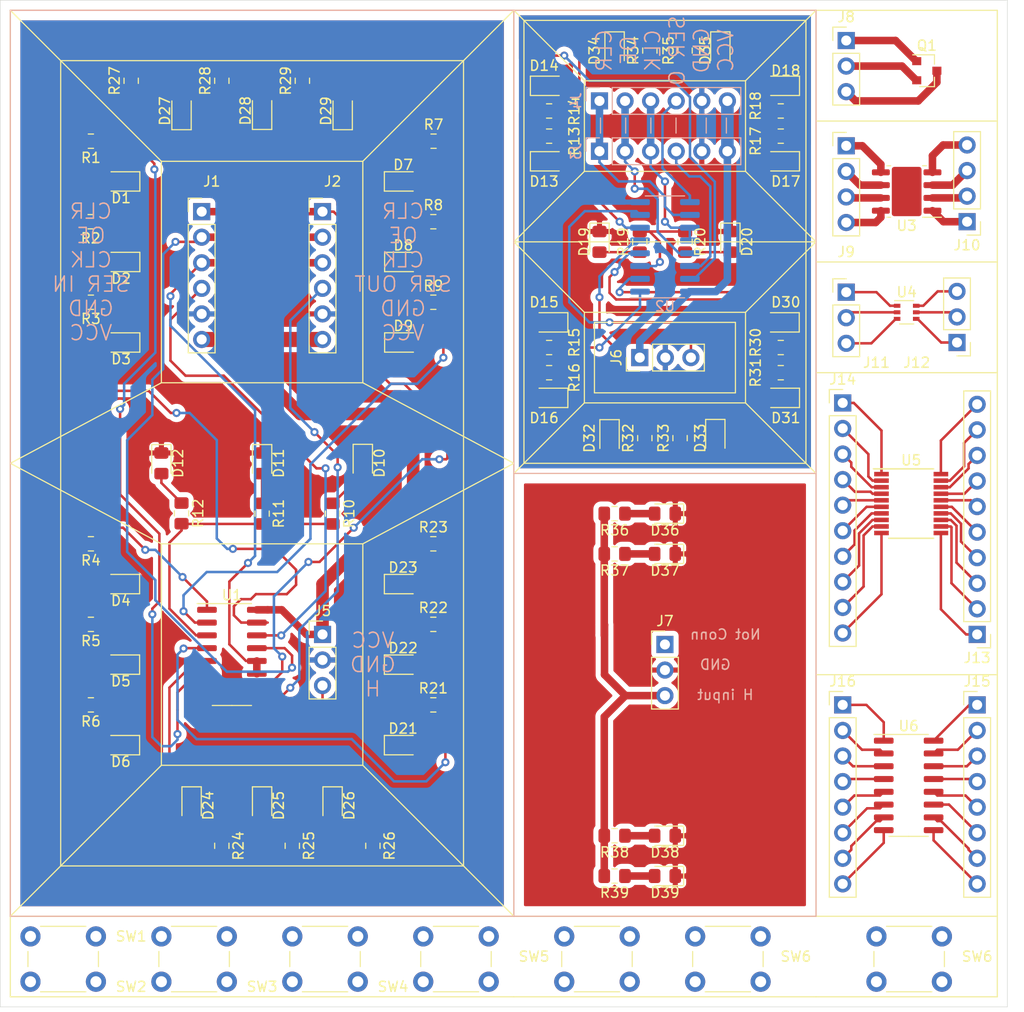
<source format=kicad_pcb>
(kicad_pcb (version 20171130) (host pcbnew "(5.1.2)-1")
  (layers (0 F.Cu signal) (31 B.Cu signal) (34 B.Paste user) (35 F.Paste user) (36 B.SilkS user) (37 F.SilkS user) (38 B.Mask user) (39 F.Mask user) (44 Edge.Cuts user))
  (net 0 "")
  (net 1 "Net-(D1-Pad2)")
  (net 2 GND)
  (net 3 "Net-(D2-Pad2)")
  (net 4 "Net-(D3-Pad2)")
  (net 5 "Net-(D4-Pad2)")
  (net 6 "Net-(D5-Pad2)")
  (net 7 "Net-(D6-Pad2)")
  (net 8 "Net-(D7-Pad2)")
  (net 9 "Net-(D8-Pad2)")
  (net 10 "Net-(D9-Pad2)")
  (net 11 "Net-(D10-Pad2)")
  (net 12 "Net-(D11-Pad2)")
  (net 13 "Net-(D12-Pad2)")
  (net 14 "Net-(D13-Pad2)")
  (net 15 "Net-(D14-Pad2)")
  (net 16 "Net-(D15-Pad2)")
  (net 17 "Net-(D16-Pad2)")
  (net 18 "Net-(D17-Pad2)")
  (net 19 "Net-(D18-Pad2)")
  (net 20 "Net-(D19-Pad2)")
  (net 21 "Net-(D20-Pad2)")
  (net 22 "Net-(D21-Pad2)")
  (net 23 VCC)
  (net 24 SER_IN)
  (net 25 CLK)
  (net 26 OE)
  (net 27 CLR)
  (net 28 Ser_out)
  (net 29 H)
  (net 30 A)
  (net 31 B)
  (net 32 C)
  (net 33 D)
  (net 34 E)
  (net 35 F)
  (net 36 G)
  (net 37 "Net-(D22-Pad2)")
  (net 38 "Net-(D23-Pad2)")
  (net 39 "Net-(D24-Pad2)")
  (net 40 "Net-(D25-Pad2)")
  (net 41 "Net-(D26-Pad2)")
  (net 42 "Net-(D27-Pad2)")
  (net 43 "Net-(D28-Pad2)")
  (net 44 "Net-(D29-Pad2)")
  (net 45 "Net-(D30-Pad2)")
  (net 46 "Net-(D31-Pad2)")
  (net 47 "Net-(D32-Pad2)")
  (net 48 "Net-(D33-Pad2)")
  (net 49 "Net-(D34-Pad2)")
  (net 50 "Net-(D35-Pad2)")
  (net 51 "Net-(D36-Pad2)")
  (net 52 "Net-(D37-Pad2)")
  (net 53 "Net-(D38-Pad2)")
  (net 54 "Net-(D39-Pad2)")
  (net 55 vcc)
  (net 56 gnd)
  (net 57 ser_in)
  (net 58 clk)
  (net 59 oe)
  (net 60 clr)
  (net 61 ser_out)
  (net 62 h)
  (net 63 a)
  (net 64 b)
  (net 65 c)
  (net 66 d)
  (net 67 e)
  (net 68 f)
  (net 69 g)
  (net 70 Ground)
  (net 71 H_in)
  (net 72 "Net-(J8-Pad3)")
  (net 73 "Net-(J8-Pad2)")
  (net 74 "Net-(J8-Pad1)")
  (net 75 8)
  (net 76 "Net-(J9-Pad3)")
  (net 77 "Net-(J9-Pad2)")
  (net 78 "Net-(J9-Pad1)")
  (net 79 "Net-(J10-Pad4)")
  (net 80 "Net-(J10-Pad3)")
  (net 81 "Net-(J10-Pad2)")
  (net 82 "Net-(J10-Pad1)")
  (net 83 "Net-(J11-Pad3)")
  (net 84 "Net-(J11-Pad2)")
  (net 85 "Net-(J11-Pad1)")
  (net 86 "Net-(J12-Pad3)")
  (net 87 "Net-(J12-Pad2)")
  (net 88 "Net-(J12-Pad1)")
  (net 89 c20)
  (net 90 c19)
  (net 91 c18)
  (net 92 "Net-(J13-Pad7)")
  (net 93 "Net-(J13-Pad6)")
  (net 94 "Net-(J13-Pad5)")
  (net 95 "Net-(J13-Pad4)")
  (net 96 "Net-(J13-Pad3)")
  (net 97 "Net-(J13-Pad2)")
  (net 98 "Net-(J13-Pad1)")
  (net 99 c10)
  (net 100 c9)
  (net 101 c8)
  (net 102 c7)
  (net 103 c6)
  (net 104 c5)
  (net 105 c4)
  (net 106 "Net-(J14-Pad3)")
  (net 107 "Net-(J14-Pad2)")
  (net 108 "Net-(J14-Pad1)")
  (net 109 "Net-(J15-Pad8)")
  (net 110 "Net-(J15-Pad7)")
  (net 111 "Net-(J15-Pad6)")
  (net 112 "Net-(J15-Pad5)")
  (net 113 "Net-(J15-Pad4)")
  (net 114 "Net-(J15-Pad3)")
  (net 115 "Net-(J15-Pad2)")
  (net 116 "Net-(J15-Pad1)")
  (net 117 "Net-(J16-Pad8)")
  (net 118 "Net-(J16-Pad7)")
  (net 119 "Net-(J16-Pad6)")
  (net 120 "Net-(J16-Pad5)")
  (net 121 "Net-(J16-Pad4)")
  (net 122 "Net-(J16-Pad3)")
  (net 123 "Net-(J16-Pad2)")
  (net 124 "Net-(J16-Pad1)")
  (net 125 "Net-(SW1-Pad1)")
  (net 126 "Net-(SW1-Pad2)")
  (net 127 "Net-(SW2-Pad1)")
  (net 128 "Net-(SW2-Pad2)")
  (net 129 "Net-(SW3-Pad1)")
  (net 130 "Net-(SW3-Pad2)")
  (net 131 "Net-(SW4-Pad1)")
  (net 132 "Net-(SW4-Pad2)")
  (net 133 "Net-(SW5-Pad1)")
  (net 134 "Net-(SW5-Pad2)")
  (net 135 "Net-(SW6-Pad1)")
  (net 136 "Net-(SW6-Pad2)")
  (module Button_Switch_THT:SW_PUSH_6mm_H4.3mm (layer F.Cu) (at 200 168)
    (fp_text reference SW6 (at 10 2) (layer F.SilkS))
    (fp_text value SW_DIP_x01)
    (pad 2 thru_hole circle (at 0 4.5 90) (size 2 2) (drill 1.1) (layers *.Cu *.Mask))
    (pad 1 thru_hole circle (at 0 0 90) (size 2 2) (drill 1.1) (layers *.Cu *.Mask))
    (pad 2 thru_hole circle (at 6.5 4.5 90) (size 2 2) (drill 1.1) (layers *.Cu *.Mask))
    (pad 1 thru_hole circle (at 6.5 0 90) (size 2 2) (drill 1.1) (layers *.Cu *.Mask))
  )
  (module Button_Switch_THT:SW_PUSH_6mm_H4.3mm (layer F.Cu) (at 182 168)
    (fp_text reference SW6 (at 10 2) (layer F.SilkS))
    (fp_text value SW_DIP_x01)
    (pad 1 thru_hole circle (at 6.5 0 90) (size 2 2) (drill 1.1) (layers *.Cu *.Mask) (net 135 "Net-(SW6-Pad1)"))
    (pad 2 thru_hole circle (at 6.5 4.5 90) (size 2 2) (drill 1.1) (layers *.Cu *.Mask) (net 136 "Net-(SW6-Pad2)"))
    (pad 1 thru_hole circle (at 0 0 90) (size 2 2) (drill 1.1) (layers *.Cu *.Mask) (net 135 "Net-(SW6-Pad1)"))
    (pad 2 thru_hole circle (at 0 4.5 90) (size 2 2) (drill 1.1) (layers *.Cu *.Mask) (net 136 "Net-(SW6-Pad2)"))
  )
  (module Button_Switch_THT:SW_PUSH_6mm_H4.3mm (layer F.Cu) (at 169 168)
    (fp_text reference SW5 (at -3 2) (layer F.SilkS))
    (fp_text value SW_DIP_x01)
    (pad 1 thru_hole circle (at 6.5 0 90) (size 2 2) (drill 1.1) (layers *.Cu *.Mask) (net 133 "Net-(SW5-Pad1)"))
    (pad 2 thru_hole circle (at 6.5 4.5 90) (size 2 2) (drill 1.1) (layers *.Cu *.Mask) (net 134 "Net-(SW5-Pad2)"))
    (pad 1 thru_hole circle (at 0 0 90) (size 2 2) (drill 1.1) (layers *.Cu *.Mask) (net 133 "Net-(SW5-Pad1)"))
    (pad 2 thru_hole circle (at 0 4.5 90) (size 2 2) (drill 1.1) (layers *.Cu *.Mask) (net 134 "Net-(SW5-Pad2)"))
  )
  (module Button_Switch_THT:SW_PUSH_6mm_H4.3mm (layer F.Cu) (at 155 168)
    (fp_text reference SW4 (at -3 5) (layer F.SilkS))
    (fp_text value SW_DIP_x01)
    (pad 1 thru_hole circle (at 6.5 0 90) (size 2 2) (drill 1.1) (layers *.Cu *.Mask) (net 131 "Net-(SW4-Pad1)"))
    (pad 2 thru_hole circle (at 6.5 4.5 90) (size 2 2) (drill 1.1) (layers *.Cu *.Mask) (net 132 "Net-(SW4-Pad2)"))
    (pad 1 thru_hole circle (at 0 0 90) (size 2 2) (drill 1.1) (layers *.Cu *.Mask) (net 131 "Net-(SW4-Pad1)"))
    (pad 2 thru_hole circle (at 0 4.5 90) (size 2 2) (drill 1.1) (layers *.Cu *.Mask) (net 132 "Net-(SW4-Pad2)"))
  )
  (module Button_Switch_THT:SW_PUSH_6mm_H4.3mm (layer F.Cu) (at 142 168)
    (fp_text reference SW3 (at -3 5) (layer F.SilkS))
    (fp_text value SW_DIP_x01)
    (pad 1 thru_hole circle (at 6.5 0 90) (size 2 2) (drill 1.1) (layers *.Cu *.Mask) (net 129 "Net-(SW3-Pad1)"))
    (pad 2 thru_hole circle (at 6.5 4.5 90) (size 2 2) (drill 1.1) (layers *.Cu *.Mask) (net 130 "Net-(SW3-Pad2)"))
    (pad 1 thru_hole circle (at 0 0 90) (size 2 2) (drill 1.1) (layers *.Cu *.Mask) (net 129 "Net-(SW3-Pad1)"))
    (pad 2 thru_hole circle (at 0 4.5 90) (size 2 2) (drill 1.1) (layers *.Cu *.Mask) (net 130 "Net-(SW3-Pad2)"))
  )
  (module Button_Switch_THT:SW_PUSH_6mm_H4.3mm (layer F.Cu) (at 129 168)
    (fp_text reference SW2 (at -3 5) (layer F.SilkS))
    (fp_text value SW_DIP_x01)
    (pad 1 thru_hole circle (at 6.5 0 90) (size 2 2) (drill 1.1) (layers *.Cu *.Mask) (net 127 "Net-(SW2-Pad1)"))
    (pad 2 thru_hole circle (at 6.5 4.5 90) (size 2 2) (drill 1.1) (layers *.Cu *.Mask) (net 128 "Net-(SW2-Pad2)"))
    (pad 1 thru_hole circle (at 0 0 90) (size 2 2) (drill 1.1) (layers *.Cu *.Mask) (net 127 "Net-(SW2-Pad1)"))
    (pad 2 thru_hole circle (at 0 4.5 90) (size 2 2) (drill 1.1) (layers *.Cu *.Mask) (net 128 "Net-(SW2-Pad2)"))
  )
  (module Button_Switch_THT:SW_PUSH_6mm_H4.3mm (layer F.Cu) (at 116 168)
    (fp_text reference SW1 (at 10 0) (layer F.SilkS))
    (fp_text value SW_DIP_x01)
    (pad 1 thru_hole circle (at 6.5 0 90) (size 2 2) (drill 1.1) (layers *.Cu *.Mask) (net 125 "Net-(SW1-Pad1)"))
    (pad 2 thru_hole circle (at 6.5 4.5 90) (size 2 2) (drill 1.1) (layers *.Cu *.Mask) (net 126 "Net-(SW1-Pad2)"))
    (pad 1 thru_hole circle (at 0 0 90) (size 2 2) (drill 1.1) (layers *.Cu *.Mask) (net 125 "Net-(SW1-Pad1)"))
    (pad 2 thru_hole circle (at 0 4.5 90) (size 2 2) (drill 1.1) (layers *.Cu *.Mask) (net 126 "Net-(SW1-Pad2)"))
  )
  (module Package_SO:SOIC-16_3.9x9.9mm_P1.27mm (layer F.Cu) (at 203.2 153)
    (fp_text reference U6 (at 0 -5.9) (layer F.SilkS))
    (fp_text value 74HC595)
    (pad 16 smd roundrect (at 2.475 -4.445) (size 1.95 0.6) (layers F.Cu F.Paste F.Mask) (net 116 "Net-(J15-Pad1)"))
    (pad 15 smd roundrect (at 2.475 -3.175) (size 1.95 0.6) (layers F.Cu F.Paste F.Mask) (net 115 "Net-(J15-Pad2)"))
    (pad 14 smd roundrect (at 2.475 -1.905) (size 1.95 0.6) (layers F.Cu F.Paste F.Mask) (net 114 "Net-(J15-Pad3)"))
    (pad 13 smd roundrect (at 2.475 -0.635) (size 1.95 0.6) (layers F.Cu F.Paste F.Mask) (net 113 "Net-(J15-Pad4)"))
    (pad 12 smd roundrect (at 2.475 0.635) (size 1.95 0.6) (layers F.Cu F.Paste F.Mask) (net 112 "Net-(J15-Pad5)"))
    (pad 11 smd roundrect (at 2.475 1.905) (size 1.95 0.6) (layers F.Cu F.Paste F.Mask) (net 111 "Net-(J15-Pad6)"))
    (pad 10 smd roundrect (at 2.475 3.175) (size 1.95 0.6) (layers F.Cu F.Paste F.Mask) (net 110 "Net-(J15-Pad7)"))
    (pad 9 smd roundrect (at 2.475 4.445) (size 1.95 0.6) (layers F.Cu F.Paste F.Mask) (net 109 "Net-(J15-Pad8)"))
    (pad 8 smd roundrect (at -2.475 4.445) (size 1.95 0.6) (layers F.Cu F.Paste F.Mask) (net 117 "Net-(J16-Pad8)"))
    (pad 7 smd roundrect (at -2.475 3.175) (size 1.95 0.6) (layers F.Cu F.Paste F.Mask) (net 118 "Net-(J16-Pad7)"))
    (pad 6 smd roundrect (at -2.475 1.905) (size 1.95 0.6) (layers F.Cu F.Paste F.Mask) (net 119 "Net-(J16-Pad6)"))
    (pad 5 smd roundrect (at -2.475 0.635) (size 1.95 0.6) (layers F.Cu F.Paste F.Mask) (net 120 "Net-(J16-Pad5)"))
    (pad 4 smd roundrect (at -2.475 -0.635) (size 1.95 0.6) (layers F.Cu F.Paste F.Mask) (net 121 "Net-(J16-Pad4)"))
    (pad 3 smd roundrect (at -2.475 -1.905) (size 1.95 0.6) (layers F.Cu F.Paste F.Mask) (net 122 "Net-(J16-Pad3)"))
    (pad 2 smd roundrect (at -2.475 -3.175) (size 1.95 0.6) (layers F.Cu F.Paste F.Mask) (net 123 "Net-(J16-Pad2)"))
    (pad 1 smd roundrect (at -2.475 -4.445) (size 1.95 0.6) (layers F.Cu F.Paste F.Mask) (net 124 "Net-(J16-Pad1)"))
  )
  (module Connector_PinHeader_2.54mm:PinHeader_1x08_P2.54mm_Vertical (layer F.Cu) (at 196.65 145)
    (fp_text reference J16 (at 0 -2.33) (layer F.SilkS))
    (fp_text value Conn_01x08)
    (pad 8 thru_hole oval (at 0 17.78) (size 1.7 1.7) (drill 1) (layers *.Cu *.Mask) (net 117 "Net-(J16-Pad8)"))
    (pad 7 thru_hole oval (at 0 15.24) (size 1.7 1.7) (drill 1) (layers *.Cu *.Mask) (net 118 "Net-(J16-Pad7)"))
    (pad 6 thru_hole oval (at 0 12.7) (size 1.7 1.7) (drill 1) (layers *.Cu *.Mask) (net 119 "Net-(J16-Pad6)"))
    (pad 5 thru_hole oval (at 0 10.16) (size 1.7 1.7) (drill 1) (layers *.Cu *.Mask) (net 120 "Net-(J16-Pad5)"))
    (pad 4 thru_hole oval (at 0 7.62) (size 1.7 1.7) (drill 1) (layers *.Cu *.Mask) (net 121 "Net-(J16-Pad4)"))
    (pad 3 thru_hole oval (at 0 5.08) (size 1.7 1.7) (drill 1) (layers *.Cu *.Mask) (net 122 "Net-(J16-Pad3)"))
    (pad 2 thru_hole oval (at 0 2.54) (size 1.7 1.7) (drill 1) (layers *.Cu *.Mask) (net 123 "Net-(J16-Pad2)"))
    (pad 1 thru_hole rect (at 0 0) (size 1.7 1.7) (drill 1) (layers *.Cu *.Mask) (net 124 "Net-(J16-Pad1)"))
  )
  (module Connector_PinHeader_2.54mm:PinHeader_1x08_P2.54mm_Vertical (layer F.Cu) (at 210 145)
    (fp_text reference J15 (at 0 -2.33) (layer F.SilkS))
    (fp_text value Conn_01x08)
    (pad 8 thru_hole oval (at 0 17.78) (size 1.7 1.7) (drill 1) (layers *.Cu *.Mask) (net 109 "Net-(J15-Pad8)"))
    (pad 7 thru_hole oval (at 0 15.24) (size 1.7 1.7) (drill 1) (layers *.Cu *.Mask) (net 110 "Net-(J15-Pad7)"))
    (pad 6 thru_hole oval (at 0 12.7) (size 1.7 1.7) (drill 1) (layers *.Cu *.Mask) (net 111 "Net-(J15-Pad6)"))
    (pad 5 thru_hole oval (at 0 10.16) (size 1.7 1.7) (drill 1) (layers *.Cu *.Mask) (net 112 "Net-(J15-Pad5)"))
    (pad 4 thru_hole oval (at 0 7.62) (size 1.7 1.7) (drill 1) (layers *.Cu *.Mask) (net 113 "Net-(J15-Pad4)"))
    (pad 3 thru_hole oval (at 0 5.08) (size 1.7 1.7) (drill 1) (layers *.Cu *.Mask) (net 114 "Net-(J15-Pad3)"))
    (pad 2 thru_hole oval (at 0 2.54) (size 1.7 1.7) (drill 1) (layers *.Cu *.Mask) (net 115 "Net-(J15-Pad2)"))
    (pad 1 thru_hole rect (at 0 0) (size 1.7 1.7) (drill 1) (layers *.Cu *.Mask) (net 116 "Net-(J15-Pad1)"))
  )
  (module Package_SO:TSSOP-20_4.4x6.5mm_P0.65mm (layer F.Cu) (at 203.45 125)
    (fp_text reference U5 (at 0 -4.3) (layer F.SilkS))
    (fp_text value STM8S003F3P)
    (pad 20 smd rect (at 2.95 -2.925) (size 1.45 0.45) (layers F.Cu F.Paste F.Mask) (net 89 c20))
    (pad 19 smd rect (at 2.95 -2.275) (size 1.45 0.45) (layers F.Cu F.Paste F.Mask) (net 90 c19))
    (pad 18 smd rect (at 2.95 -1.625) (size 1.45 0.45) (layers F.Cu F.Paste F.Mask) (net 91 c18))
    (pad 17 smd rect (at 2.95 -0.975) (size 1.45 0.45) (layers F.Cu F.Paste F.Mask) (net 92 "Net-(J13-Pad7)"))
    (pad 16 smd rect (at 2.95 -0.325) (size 1.45 0.45) (layers F.Cu F.Paste F.Mask) (net 93 "Net-(J13-Pad6)"))
    (pad 15 smd rect (at 2.95 0.325) (size 1.45 0.45) (layers F.Cu F.Paste F.Mask) (net 94 "Net-(J13-Pad5)"))
    (pad 14 smd rect (at 2.95 0.975) (size 1.45 0.45) (layers F.Cu F.Paste F.Mask) (net 95 "Net-(J13-Pad4)"))
    (pad 13 smd rect (at 2.95 1.625) (size 1.45 0.45) (layers F.Cu F.Paste F.Mask) (net 96 "Net-(J13-Pad3)"))
    (pad 12 smd rect (at 2.95 2.275) (size 1.45 0.45) (layers F.Cu F.Paste F.Mask) (net 97 "Net-(J13-Pad2)"))
    (pad 11 smd rect (at 2.95 2.925) (size 1.45 0.45) (layers F.Cu F.Paste F.Mask) (net 98 "Net-(J13-Pad1)"))
    (pad 10 smd rect (at -2.95 2.925) (size 1.45 0.45) (layers F.Cu F.Paste F.Mask) (net 99 c10))
    (pad 9 smd rect (at -2.95 2.275) (size 1.45 0.45) (layers F.Cu F.Paste F.Mask) (net 100 c9))
    (pad 8 smd rect (at -2.95 1.625) (size 1.45 0.45) (layers F.Cu F.Paste F.Mask) (net 101 c8))
    (pad 7 smd rect (at -2.95 0.975) (size 1.45 0.45) (layers F.Cu F.Paste F.Mask) (net 102 c7))
    (pad 6 smd rect (at -2.95 0.325) (size 1.45 0.45) (layers F.Cu F.Paste F.Mask) (net 103 c6))
    (pad 5 smd rect (at -2.95 -0.325) (size 1.45 0.45) (layers F.Cu F.Paste F.Mask) (net 104 c5))
    (pad 4 smd rect (at -2.95 -0.975) (size 1.45 0.45) (layers F.Cu F.Paste F.Mask) (net 105 c4))
    (pad 3 smd rect (at -2.95 -1.625) (size 1.45 0.45) (layers F.Cu F.Paste F.Mask) (net 106 "Net-(J14-Pad3)"))
    (pad 2 smd rect (at -2.95 -2.275) (size 1.45 0.45) (layers F.Cu F.Paste F.Mask) (net 107 "Net-(J14-Pad2)"))
    (pad 1 smd rect (at -2.95 -2.925) (size 1.45 0.45) (layers F.Cu F.Paste F.Mask) (net 108 "Net-(J14-Pad1)"))
  )
  (module Connector_PinHeader_2.54mm:PinHeader_1x10_P2.54mm_Vertical (layer F.Cu) (at 196.65 115)
    (fp_text reference J14 (at 0 -2.33) (layer F.SilkS))
    (fp_text value Conn_01x10)
    (pad 10 thru_hole oval (at 0 22.86) (size 1.7 1.7) (drill 1) (layers *.Cu *.Mask) (net 99 c10))
    (pad 9 thru_hole oval (at 0 20.32) (size 1.7 1.7) (drill 1) (layers *.Cu *.Mask) (net 100 c9))
    (pad 8 thru_hole oval (at 0 17.78) (size 1.7 1.7) (drill 1) (layers *.Cu *.Mask) (net 101 c8))
    (pad 7 thru_hole oval (at 0 15.24) (size 1.7 1.7) (drill 1) (layers *.Cu *.Mask) (net 102 c7))
    (pad 6 thru_hole oval (at 0 12.7) (size 1.7 1.7) (drill 1) (layers *.Cu *.Mask) (net 103 c6))
    (pad 5 thru_hole oval (at 0 10.16) (size 1.7 1.7) (drill 1) (layers *.Cu *.Mask) (net 104 c5))
    (pad 4 thru_hole oval (at 0 7.62) (size 1.7 1.7) (drill 1) (layers *.Cu *.Mask) (net 105 c4))
    (pad 3 thru_hole oval (at 0 5.08) (size 1.7 1.7) (drill 1) (layers *.Cu *.Mask) (net 106 "Net-(J14-Pad3)"))
    (pad 2 thru_hole oval (at 0 2.54) (size 1.7 1.7) (drill 1) (layers *.Cu *.Mask) (net 107 "Net-(J14-Pad2)"))
    (pad 1 thru_hole rect (at 0 0) (size 1.7 1.7) (drill 1) (layers *.Cu *.Mask) (net 108 "Net-(J14-Pad1)"))
  )
  (module Connector_PinHeader_2.54mm:PinHeader_1x10_P2.54mm_Vertical (layer F.Cu) (at 210 138 180)
    (fp_text reference J13 (at 0 -2.33) (layer F.SilkS))
    (fp_text value Conn_01x10)
    (pad 10 thru_hole oval (at 0 22.86 180) (size 1.7 1.7) (drill 1) (layers *.Cu *.Mask) (net 89 c20))
    (pad 9 thru_hole oval (at 0 20.32 180) (size 1.7 1.7) (drill 1) (layers *.Cu *.Mask) (net 90 c19))
    (pad 8 thru_hole oval (at 0 17.78 180) (size 1.7 1.7) (drill 1) (layers *.Cu *.Mask) (net 91 c18))
    (pad 7 thru_hole oval (at 0 15.24 180) (size 1.7 1.7) (drill 1) (layers *.Cu *.Mask) (net 92 "Net-(J13-Pad7)"))
    (pad 6 thru_hole oval (at 0 12.7 180) (size 1.7 1.7) (drill 1) (layers *.Cu *.Mask) (net 93 "Net-(J13-Pad6)"))
    (pad 5 thru_hole oval (at 0 10.16 180) (size 1.7 1.7) (drill 1) (layers *.Cu *.Mask) (net 94 "Net-(J13-Pad5)"))
    (pad 4 thru_hole oval (at 0 7.62 180) (size 1.7 1.7) (drill 1) (layers *.Cu *.Mask) (net 95 "Net-(J13-Pad4)"))
    (pad 3 thru_hole oval (at 0 5.08 180) (size 1.7 1.7) (drill 1) (layers *.Cu *.Mask) (net 96 "Net-(J13-Pad3)"))
    (pad 2 thru_hole oval (at 0 2.54 180) (size 1.7 1.7) (drill 1) (layers *.Cu *.Mask) (net 97 "Net-(J13-Pad2)"))
    (pad 1 thru_hole rect (at 0 0 180) (size 1.7 1.7) (drill 1) (layers *.Cu *.Mask) (net 98 "Net-(J13-Pad1)"))
  )
  (module Package_TO_SOT_SMD:SOT-363_SC-70-6 (layer F.Cu) (at 203 106)
    (fp_text reference U4 (at 0 -2) (layer F.SilkS))
    (fp_text value LMV601)
    (pad 6 smd rect (at 0.95 -0.65) (size 0.65 0.4) (layers F.Cu F.Paste F.Mask) (net 86 "Net-(J12-Pad3)"))
    (pad 4 smd rect (at 0.95 0.65) (size 0.65 0.4) (layers F.Cu F.Paste F.Mask) (net 88 "Net-(J12-Pad1)"))
    (pad 2 smd rect (at -0.95 0) (size 0.65 0.4) (layers F.Cu F.Paste F.Mask) (net 84 "Net-(J11-Pad2)"))
    (pad 5 smd rect (at 0.95 0) (size 0.65 0.4) (layers F.Cu F.Paste F.Mask) (net 87 "Net-(J12-Pad2)"))
    (pad 3 smd rect (at -0.95 0.65) (size 0.65 0.4) (layers F.Cu F.Paste F.Mask) (net 83 "Net-(J11-Pad3)"))
    (pad 1 smd rect (at -0.95 -0.65) (size 0.65 0.4) (layers F.Cu F.Paste F.Mask) (net 85 "Net-(J11-Pad1)"))
  )
  (module Connector_PinHeader_2.54mm:PinHeader_1x03_P2.54mm_Vertical (layer F.Cu) (at 208 109 180)
    (fp_text reference J12 (at 4 -2) (layer F.SilkS))
    (fp_text value Conn_01x03)
    (pad 3 thru_hole oval (at 0 5.08 180) (size 1.7 1.7) (drill 1) (layers *.Cu *.Mask) (net 86 "Net-(J12-Pad3)"))
    (pad 2 thru_hole oval (at 0 2.54 180) (size 1.7 1.7) (drill 1) (layers *.Cu *.Mask) (net 87 "Net-(J12-Pad2)"))
    (pad 1 thru_hole rect (at 0 0 180) (size 1.7 1.7) (drill 1) (layers *.Cu *.Mask) (net 88 "Net-(J12-Pad1)"))
  )
  (module Connector_PinHeader_2.54mm:PinHeader_1x03_P2.54mm_Vertical (layer F.Cu) (at 197 104)
    (fp_text reference J11 (at 3 7) (layer F.SilkS))
    (fp_text value Conn_01x03)
    (pad 3 thru_hole oval (at 0 5.08) (size 1.7 1.7) (drill 1) (layers *.Cu *.Mask) (net 83 "Net-(J11-Pad3)"))
    (pad 2 thru_hole oval (at 0 2.54) (size 1.7 1.7) (drill 1) (layers *.Cu *.Mask) (net 84 "Net-(J11-Pad2)"))
    (pad 1 thru_hole rect (at 0 0) (size 1.7 1.7) (drill 1) (layers *.Cu *.Mask) (net 85 "Net-(J11-Pad1)"))
  )
  (module Package_SO:SOIC-8-1EP_3.9x4.9mm_P1.27mm_EP2.95x4.9mm_Mask2.71x3.4mm (layer F.Cu) (at 203 94 180)
    (fp_text reference U3 (at 0 -3.4) (layer F.SilkS))
    (fp_text value LP2988-5.0_SOIC8_VSSOP8)
    (pad 8 smd roundrect (at 2.5625 -1.905 180) (size 1.775 0.6) (layers F.Cu F.Paste F.Mask) (net 75 8))
    (pad 7 smd roundrect (at 2.5625 -0.635 180) (size 1.775 0.6) (layers F.Cu F.Paste F.Mask) (net 76 "Net-(J9-Pad3)"))
    (pad 6 smd roundrect (at 2.5625 0.635 180) (size 1.775 0.6) (layers F.Cu F.Paste F.Mask) (net 77 "Net-(J9-Pad2)"))
    (pad 5 smd roundrect (at 2.5625 1.905 180) (size 1.775 0.6) (layers F.Cu F.Paste F.Mask) (net 78 "Net-(J9-Pad1)"))
    (pad 4 smd roundrect (at -2.5625 1.905 180) (size 1.775 0.6) (layers F.Cu F.Paste F.Mask) (net 79 "Net-(J10-Pad4)"))
    (pad 3 smd roundrect (at -2.5625 0.635 180) (size 1.775 0.6) (layers F.Cu F.Paste F.Mask) (net 80 "Net-(J10-Pad3)"))
    (pad 2 smd roundrect (at -2.5625 -0.635 180) (size 1.775 0.6) (layers F.Cu F.Paste F.Mask) (net 81 "Net-(J10-Pad2)"))
    (pad 1 smd roundrect (at -2.5625 -1.905 180) (size 1.775 0.6) (layers F.Cu F.Paste F.Mask) (net 82 "Net-(J10-Pad1)"))
    (pad 9 smd roundrect (at 0 0 180) (size 2.95 4.9) (layers F.Cu) (roundrect_rratio 0.084746))
  )
  (module Connector_PinHeader_2.54mm:PinHeader_1x04_P2.54mm_Vertical (layer F.Cu) (at 209 97 180)
    (fp_text reference J10 (at 0 -2.33) (layer F.SilkS))
    (fp_text value Conn_01x04)
    (pad 4 thru_hole oval (at 0 7.62 180) (size 1.7 1.7) (drill 1) (layers *.Cu *.Mask) (net 79 "Net-(J10-Pad4)"))
    (pad 3 thru_hole oval (at 0 5.08 180) (size 1.7 1.7) (drill 1) (layers *.Cu *.Mask) (net 80 "Net-(J10-Pad3)"))
    (pad 2 thru_hole oval (at 0 2.54 180) (size 1.7 1.7) (drill 1) (layers *.Cu *.Mask) (net 81 "Net-(J10-Pad2)"))
    (pad 1 thru_hole rect (at 0 0 180) (size 1.7 1.7) (drill 1) (layers *.Cu *.Mask) (net 82 "Net-(J10-Pad1)"))
  )
  (module Connector_PinHeader_2.54mm:PinHeader_1x04_P2.54mm_Vertical (layer F.Cu) (at 197 89.46)
    (fp_text reference J9 (at 0 10.54) (layer F.SilkS))
    (fp_text value Conn_01x04)
    (pad 4 thru_hole oval (at 0 7.62) (size 1.7 1.7) (drill 1) (layers *.Cu *.Mask) (net 75 8))
    (pad 3 thru_hole oval (at 0 5.08) (size 1.7 1.7) (drill 1) (layers *.Cu *.Mask) (net 76 "Net-(J9-Pad3)"))
    (pad 2 thru_hole oval (at 0 2.54) (size 1.7 1.7) (drill 1) (layers *.Cu *.Mask) (net 77 "Net-(J9-Pad2)"))
    (pad 1 thru_hole rect (at 0 0) (size 1.7 1.7) (drill 1) (layers *.Cu *.Mask) (net 78 "Net-(J9-Pad1)"))
  )
  (module Package_TO_SOT_SMD:SOT-23 (layer F.Cu) (at 205 82)
    (fp_text reference Q1 (at 0 -2.5) (layer F.SilkS))
    (fp_text value S8550)
    (pad 3 smd rect (at 1 0) (size 0.9 0.8) (layers F.Cu F.Paste F.Mask) (net 72 "Net-(J8-Pad3)"))
    (pad 2 smd rect (at -1 0.95) (size 0.9 0.8) (layers F.Cu F.Paste F.Mask) (net 73 "Net-(J8-Pad2)"))
    (pad 1 smd rect (at -1 -0.95) (size 0.9 0.8) (layers F.Cu F.Paste F.Mask) (net 74 "Net-(J8-Pad1)"))
  )
  (module Connector_PinHeader_2.54mm:PinHeader_1x03_P2.54mm_Vertical (layer F.Cu) (at 197 79)
    (fp_text reference J8 (at 0 -2.33) (layer F.SilkS))
    (fp_text value Conn_01x03)
    (pad 3 thru_hole oval (at 0 5.08) (size 1.7 1.7) (drill 1) (layers *.Cu *.Mask) (net 72 "Net-(J8-Pad3)"))
    (pad 2 thru_hole oval (at 0 2.54) (size 1.7 1.7) (drill 1) (layers *.Cu *.Mask) (net 73 "Net-(J8-Pad2)"))
    (pad 1 thru_hole rect (at 0 0) (size 1.7 1.7) (drill 1) (layers *.Cu *.Mask) (net 74 "Net-(J8-Pad1)"))
  )
  (module Resistor_SMD:R_0805_2012Metric_Pad1.15x1.40mm_HandSolder (layer F.Cu) (at 174 162 180)
    (fp_text reference R39 (at 0 -1.65) (layer F.SilkS))
    (fp_text value R)
    (pad 2 smd roundrect (at 1.025 0 180) (size 1.15 1.4) (layers F.Cu F.Paste F.Mask) (roundrect_rratio 0.217391) (net 71 H_in))
    (pad 1 smd roundrect (at -1.025 0 180) (size 1.15 1.4) (layers F.Cu F.Paste F.Mask) (roundrect_rratio 0.217391) (net 54 "Net-(D39-Pad2)"))
  )
  (module Resistor_SMD:R_0805_2012Metric_Pad1.15x1.40mm_HandSolder (layer F.Cu) (at 174 158 180)
    (fp_text reference R38 (at 0 -1.65) (layer F.SilkS))
    (fp_text value R)
    (pad 2 smd roundrect (at 1.025 0 180) (size 1.15 1.4) (layers F.Cu F.Paste F.Mask) (roundrect_rratio 0.217391) (net 71 H_in))
    (pad 1 smd roundrect (at -1.025 0 180) (size 1.15 1.4) (layers F.Cu F.Paste F.Mask) (roundrect_rratio 0.217391) (net 53 "Net-(D38-Pad2)"))
  )
  (module Resistor_SMD:R_0805_2012Metric_Pad1.15x1.40mm_HandSolder (layer F.Cu) (at 174 130 180)
    (fp_text reference R37 (at 0 -1.65 180) (layer F.SilkS))
    (fp_text value R)
    (pad 2 smd roundrect (at 1.025 0 180) (size 1.15 1.4) (layers F.Cu F.Paste F.Mask) (roundrect_rratio 0.217391) (net 71 H_in))
    (pad 1 smd roundrect (at -1.025 0 180) (size 1.15 1.4) (layers F.Cu F.Paste F.Mask) (roundrect_rratio 0.217391) (net 52 "Net-(D37-Pad2)"))
  )
  (module Resistor_SMD:R_0805_2012Metric_Pad1.15x1.40mm_HandSolder (layer F.Cu) (at 174 126 180)
    (fp_text reference R36 (at 0 -1.65) (layer F.SilkS))
    (fp_text value R)
    (pad 2 smd roundrect (at 1.025 0 180) (size 1.15 1.4) (layers F.Cu F.Paste F.Mask) (roundrect_rratio 0.217391) (net 71 H_in))
    (pad 1 smd roundrect (at -1.025 0 180) (size 1.15 1.4) (layers F.Cu F.Paste F.Mask) (roundrect_rratio 0.217391) (net 51 "Net-(D36-Pad2)"))
  )
  (module Connector_PinHeader_2.54mm:PinHeader_1x03_P2.54mm_Vertical (layer F.Cu) (at 179 139)
    (fp_text reference J7 (at 0 -2.33) (layer F.SilkS))
    (fp_text value Conn_01x03)
    (pad 3 thru_hole oval (at 0 5.08) (size 1.7 1.7) (drill 1) (layers *.Cu *.Mask) (net 71 H_in))
    (pad 2 thru_hole oval (at 0 2.54) (size 1.7 1.7) (drill 1) (layers *.Cu *.Mask) (net 70 Ground))
    (pad 1 thru_hole rect (at 0 0) (size 1.7 1.7) (drill 1) (layers *.Cu *.Mask))
  )
  (module LED_SMD:LED_0805_2012Metric_Pad1.15x1.40mm_HandSolder (layer F.Cu) (at 179 162 180)
    (fp_text reference D39 (at 0 -1.65) (layer F.SilkS))
    (fp_text value LED)
    (pad 2 smd roundrect (at 1.025 0 180) (size 1.15 1.4) (layers F.Cu F.Paste F.Mask) (roundrect_rratio 0.217391) (net 54 "Net-(D39-Pad2)"))
    (pad 1 smd roundrect (at -1.025 0 180) (size 1.15 1.4) (layers F.Cu F.Paste F.Mask) (roundrect_rratio 0.217391) (net 70 Ground))
  )
  (module LED_SMD:LED_0805_2012Metric_Pad1.15x1.40mm_HandSolder (layer F.Cu) (at 179 158 180)
    (fp_text reference D38 (at 0 -1.65) (layer F.SilkS))
    (fp_text value LED)
    (pad 2 smd roundrect (at 1.025 0 180) (size 1.15 1.4) (layers F.Cu F.Paste F.Mask) (roundrect_rratio 0.217391) (net 53 "Net-(D38-Pad2)"))
    (pad 1 smd roundrect (at -1.025 0 180) (size 1.15 1.4) (layers F.Cu F.Paste F.Mask) (roundrect_rratio 0.217391) (net 70 Ground))
  )
  (module LED_SMD:LED_0805_2012Metric_Pad1.15x1.40mm_HandSolder (layer F.Cu) (at 179 130 180)
    (fp_text reference D37 (at 0 -1.65) (layer F.SilkS))
    (fp_text value LED)
    (pad 2 smd roundrect (at 1.025 0 180) (size 1.15 1.4) (layers F.Cu F.Paste F.Mask) (roundrect_rratio 0.217391) (net 52 "Net-(D37-Pad2)"))
    (pad 1 smd roundrect (at -1.025 0 180) (size 1.15 1.4) (layers F.Cu F.Paste F.Mask) (roundrect_rratio 0.217391) (net 70 Ground))
  )
  (module LED_SMD:LED_0805_2012Metric_Pad1.15x1.40mm_HandSolder (layer F.Cu) (at 179 126 180)
    (fp_text reference D36 (at 0 -1.65) (layer F.SilkS))
    (fp_text value LED)
    (pad 2 smd roundrect (at 1.025 0 180) (size 1.15 1.4) (layers F.Cu F.Paste F.Mask) (roundrect_rratio 0.217391) (net 51 "Net-(D36-Pad2)"))
    (pad 1 smd roundrect (at -1.025 0 180) (size 1.15 1.4) (layers F.Cu F.Paste F.Mask) (roundrect_rratio 0.217391) (net 70 Ground))
  )
  (module Package_SO:SOIC-16_3.9x9.9mm_P1.27mm (layer B.Cu) (at 179 99.5)
    (fp_text reference U2 (at 0 5.9 180) (layer B.SilkS) (effects (justify mirror)))
    (fp_text value 74HC595)
    (pad 16 smd roundrect (at 2.475 4.445) (size 1.95 0.6) (layers B.Cu B.Paste B.Mask) (net 55 vcc))
    (pad 15 smd roundrect (at 2.475 3.175) (size 1.95 0.6) (layers B.Cu B.Paste B.Mask) (net 63 a))
    (pad 14 smd roundrect (at 2.475 1.905) (size 1.95 0.6) (layers B.Cu B.Paste B.Mask) (net 57 ser_in))
    (pad 13 smd roundrect (at 2.475 0.635) (size 1.95 0.6) (layers B.Cu B.Paste B.Mask) (net 59 oe))
    (pad 12 smd roundrect (at 2.475 -0.635) (size 1.95 0.6) (layers B.Cu B.Paste B.Mask) (net 58 clk))
    (pad 11 smd roundrect (at 2.475 -1.905) (size 1.95 0.6) (layers B.Cu B.Paste B.Mask) (net 58 clk))
    (pad 10 smd roundrect (at 2.475 -3.175) (size 1.95 0.6) (layers B.Cu B.Paste B.Mask) (net 60 clr))
    (pad 9 smd roundrect (at 2.475 -4.445) (size 1.95 0.6) (layers B.Cu B.Paste B.Mask) (net 61 ser_out))
    (pad 8 smd roundrect (at -2.475 -4.445) (size 1.95 0.6) (layers B.Cu B.Paste B.Mask) (net 56 gnd))
    (pad 7 smd roundrect (at -2.475 -3.175) (size 1.95 0.6) (layers B.Cu B.Paste B.Mask) (net 62 h))
    (pad 6 smd roundrect (at -2.475 -1.905) (size 1.95 0.6) (layers B.Cu B.Paste B.Mask) (net 69 g))
    (pad 5 smd roundrect (at -2.475 -0.635) (size 1.95 0.6) (layers B.Cu B.Paste B.Mask) (net 68 f))
    (pad 4 smd roundrect (at -2.475 0.635) (size 1.95 0.6) (layers B.Cu B.Paste B.Mask) (net 67 e))
    (pad 3 smd roundrect (at -2.475 1.905) (size 1.95 0.6) (layers B.Cu B.Paste B.Mask) (net 66 d))
    (pad 2 smd roundrect (at -2.475 3.175) (size 1.95 0.6) (layers B.Cu B.Paste B.Mask) (net 65 c))
    (pad 1 smd roundrect (at -2.475 4.445) (size 1.95 0.6) (layers B.Cu B.Paste B.Mask) (net 64 b))
  )
  (module Resistor_SMD:R_0805_2012Metric_Pad1.15x1.40mm_HandSolder (layer F.Cu) (at 181 80 90)
    (fp_text reference R35 (at 0 -1.65 90) (layer F.SilkS))
    (fp_text value R)
    (pad 2 smd roundrect (at 1.025 0 90) (size 1.15 1.4) (layers F.Cu F.Paste F.Mask) (roundrect_rratio 0.217391) (net 69 g))
    (pad 1 smd roundrect (at -1.025 0 90) (size 1.15 1.4) (layers F.Cu F.Paste F.Mask) (roundrect_rratio 0.217391) (net 50 "Net-(D35-Pad2)"))
  )
  (module Resistor_SMD:R_0805_2012Metric_Pad1.15x1.40mm_HandSolder (layer F.Cu) (at 177.5 80 90)
    (fp_text reference R34 (at 0 -1.65 90) (layer F.SilkS))
    (fp_text value R)
    (pad 2 smd roundrect (at 1.025 0 90) (size 1.15 1.4) (layers F.Cu F.Paste F.Mask) (roundrect_rratio 0.217391) (net 69 g))
    (pad 1 smd roundrect (at -1.025 0 90) (size 1.15 1.4) (layers F.Cu F.Paste F.Mask) (roundrect_rratio 0.217391) (net 49 "Net-(D34-Pad2)"))
  )
  (module Resistor_SMD:R_0805_2012Metric_Pad1.15x1.40mm_HandSolder (layer F.Cu) (at 180.5 118.5 90)
    (fp_text reference R33 (at 0 -1.65 90) (layer F.SilkS))
    (fp_text value R)
    (pad 2 smd roundrect (at 1.025 0 90) (size 1.15 1.4) (layers F.Cu F.Paste F.Mask) (roundrect_rratio 0.217391) (net 68 f))
    (pad 1 smd roundrect (at -1.025 0 90) (size 1.15 1.4) (layers F.Cu F.Paste F.Mask) (roundrect_rratio 0.217391) (net 48 "Net-(D33-Pad2)"))
  )
  (module Resistor_SMD:R_0805_2012Metric_Pad1.15x1.40mm_HandSolder (layer F.Cu) (at 177 118.5 90)
    (fp_text reference R32 (at 0 -1.65 90) (layer F.SilkS))
    (fp_text value R)
    (pad 2 smd roundrect (at 1.025 0 90) (size 1.15 1.4) (layers F.Cu F.Paste F.Mask) (roundrect_rratio 0.217391) (net 68 f))
    (pad 1 smd roundrect (at -1.025 0 90) (size 1.15 1.4) (layers F.Cu F.Paste F.Mask) (roundrect_rratio 0.217391) (net 47 "Net-(D32-Pad2)"))
  )
  (module Resistor_SMD:R_0805_2012Metric_Pad1.15x1.40mm_HandSolder (layer F.Cu) (at 190.5 112)
    (fp_text reference R31 (at -2.5 0 90) (layer F.SilkS))
    (fp_text value R)
    (pad 2 smd roundrect (at 1.025 0) (size 1.15 1.4) (layers F.Cu F.Paste F.Mask) (roundrect_rratio 0.217391) (net 67 e))
    (pad 1 smd roundrect (at -1.025 0) (size 1.15 1.4) (layers F.Cu F.Paste F.Mask) (roundrect_rratio 0.217391) (net 46 "Net-(D31-Pad2)"))
  )
  (module Resistor_SMD:R_0805_2012Metric_Pad1.15x1.40mm_HandSolder (layer F.Cu) (at 190.5 109.5)
    (fp_text reference R30 (at -2.5 -0.5 90) (layer F.SilkS))
    (fp_text value R)
    (pad 2 smd roundrect (at 1.025 0) (size 1.15 1.4) (layers F.Cu F.Paste F.Mask) (roundrect_rratio 0.217391) (net 67 e))
    (pad 1 smd roundrect (at -1.025 0) (size 1.15 1.4) (layers F.Cu F.Paste F.Mask) (roundrect_rratio 0.217391) (net 45 "Net-(D30-Pad2)"))
  )
  (module Resistor_SMD:R_0805_2012Metric_Pad1.15x1.40mm_HandSolder (layer F.Cu) (at 181 99 90)
    (fp_text reference R20 (at 0 1.5 270) (layer F.SilkS))
    (fp_text value R)
    (pad 2 smd roundrect (at 1.025 0 90) (size 1.15 1.4) (layers F.Cu F.Paste F.Mask) (roundrect_rratio 0.217391) (net 66 d))
    (pad 1 smd roundrect (at -1.025 0 90) (size 1.15 1.4) (layers F.Cu F.Paste F.Mask) (roundrect_rratio 0.217391) (net 21 "Net-(D20-Pad2)"))
  )
  (module Resistor_SMD:R_0805_2012Metric_Pad1.15x1.40mm_HandSolder (layer F.Cu) (at 176.5 99 90)
    (fp_text reference R19 (at 0 -1.65 90) (layer F.SilkS))
    (fp_text value R)
    (pad 2 smd roundrect (at 1.025 0 90) (size 1.15 1.4) (layers F.Cu F.Paste F.Mask) (roundrect_rratio 0.217391) (net 66 d))
    (pad 1 smd roundrect (at -1.025 0 90) (size 1.15 1.4) (layers F.Cu F.Paste F.Mask) (roundrect_rratio 0.217391) (net 20 "Net-(D19-Pad2)"))
  )
  (module Resistor_SMD:R_0805_2012Metric_Pad1.15x1.40mm_HandSolder (layer F.Cu) (at 190.5 86)
    (fp_text reference R18 (at -2.5 -0.5 90) (layer F.SilkS))
    (fp_text value R)
    (pad 2 smd roundrect (at 1.025 0) (size 1.15 1.4) (layers F.Cu F.Paste F.Mask) (roundrect_rratio 0.217391) (net 65 c))
    (pad 1 smd roundrect (at -1.025 0) (size 1.15 1.4) (layers F.Cu F.Paste F.Mask) (roundrect_rratio 0.217391) (net 19 "Net-(D18-Pad2)"))
  )
  (module Resistor_SMD:R_0805_2012Metric_Pad1.15x1.40mm_HandSolder (layer F.Cu) (at 190.5 88.5)
    (fp_text reference R17 (at -2.5 0.5 90) (layer F.SilkS))
    (fp_text value R)
    (pad 2 smd roundrect (at 1.025 0) (size 1.15 1.4) (layers F.Cu F.Paste F.Mask) (roundrect_rratio 0.217391) (net 65 c))
    (pad 1 smd roundrect (at -1.025 0) (size 1.15 1.4) (layers F.Cu F.Paste F.Mask) (roundrect_rratio 0.217391) (net 18 "Net-(D17-Pad2)"))
  )
  (module Resistor_SMD:R_0805_2012Metric_Pad1.15x1.40mm_HandSolder (layer F.Cu) (at 167.5 112)
    (fp_text reference R16 (at 2.5 0.5 270) (layer F.SilkS))
    (fp_text value R)
    (pad 2 smd roundrect (at 1.025 0) (size 1.15 1.4) (layers F.Cu F.Paste F.Mask) (roundrect_rratio 0.217391) (net 64 b))
    (pad 1 smd roundrect (at -1.025 0) (size 1.15 1.4) (layers F.Cu F.Paste F.Mask) (roundrect_rratio 0.217391) (net 17 "Net-(D16-Pad2)"))
  )
  (module Resistor_SMD:R_0805_2012Metric_Pad1.15x1.40mm_HandSolder (layer F.Cu) (at 167.5 109.5)
    (fp_text reference R15 (at 2.5 -0.5 270) (layer F.SilkS))
    (fp_text value R)
    (pad 2 smd roundrect (at 1.025 0) (size 1.15 1.4) (layers F.Cu F.Paste F.Mask) (roundrect_rratio 0.217391) (net 64 b))
    (pad 1 smd roundrect (at -1.025 0) (size 1.15 1.4) (layers F.Cu F.Paste F.Mask) (roundrect_rratio 0.217391) (net 16 "Net-(D15-Pad2)"))
  )
  (module Resistor_SMD:R_0805_2012Metric_Pad1.15x1.40mm_HandSolder (layer F.Cu) (at 167.5 86 180)
    (fp_text reference R14 (at -2.5 0 270) (layer F.SilkS))
    (fp_text value R)
    (pad 2 smd roundrect (at 1.025 0 180) (size 1.15 1.4) (layers F.Cu F.Paste F.Mask) (roundrect_rratio 0.217391) (net 63 a))
    (pad 1 smd roundrect (at -1.025 0 180) (size 1.15 1.4) (layers F.Cu F.Paste F.Mask) (roundrect_rratio 0.217391) (net 15 "Net-(D14-Pad2)"))
  )
  (module Resistor_SMD:R_0805_2012Metric_Pad1.15x1.40mm_HandSolder (layer F.Cu) (at 167.5 88.5 180)
    (fp_text reference R13 (at -2.5 -0.5 90) (layer F.SilkS))
    (fp_text value R)
    (pad 2 smd roundrect (at 1.025 0 180) (size 1.15 1.4) (layers F.Cu F.Paste F.Mask) (roundrect_rratio 0.217391) (net 63 a))
    (pad 1 smd roundrect (at -1.025 0 180) (size 1.15 1.4) (layers F.Cu F.Paste F.Mask) (roundrect_rratio 0.217391) (net 14 "Net-(D13-Pad2)"))
  )
  (module Connector_PinHeader_2.54mm:PinHeader_1x03_P2.54mm_Vertical (layer F.Cu) (at 176.5 110.5 90)
    (fp_text reference J6 (at 0 -2.33 90) (layer F.SilkS))
    (fp_text value Conn_01x03)
    (pad 3 thru_hole oval (at 0 5.08 90) (size 1.7 1.7) (drill 1) (layers *.Cu *.Mask) (net 62 h))
    (pad 2 thru_hole oval (at 0 2.54 90) (size 1.7 1.7) (drill 1) (layers *.Cu *.Mask) (net 56 gnd))
    (pad 1 thru_hole rect (at 0 0 90) (size 1.7 1.7) (drill 1) (layers *.Cu *.Mask) (net 55 vcc))
  )
  (module Connector_PinHeader_2.54mm:PinHeader_1x06_P2.54mm_Vertical (layer B.Cu) (at 172.5 85 270)
    (fp_text reference J4 (at 0 2.33 270) (layer B.SilkS) (effects (justify mirror)))
    (fp_text value Conn_01x06)
    (pad 6 thru_hole oval (at 0 -12.7 270) (size 1.7 1.7) (drill 1) (layers *.Cu *.Mask) (net 55 vcc))
    (pad 5 thru_hole oval (at 0 -10.16 270) (size 1.7 1.7) (drill 1) (layers *.Cu *.Mask) (net 56 gnd))
    (pad 4 thru_hole oval (at 0 -7.62 270) (size 1.7 1.7) (drill 1) (layers *.Cu *.Mask) (net 61 ser_out))
    (pad 3 thru_hole oval (at 0 -5.08 270) (size 1.7 1.7) (drill 1) (layers *.Cu *.Mask) (net 58 clk))
    (pad 2 thru_hole oval (at 0 -2.54 270) (size 1.7 1.7) (drill 1) (layers *.Cu *.Mask) (net 59 oe))
    (pad 1 thru_hole rect (at 0 0 270) (size 1.7 1.7) (drill 1) (layers *.Cu *.Mask) (net 60 clr))
  )
  (module Connector_PinHeader_2.54mm:PinHeader_1x06_P2.54mm_Vertical (layer B.Cu) (at 172.5 90 270)
    (fp_text reference J3 (at 0 2.33 270) (layer B.SilkS) (effects (justify mirror)))
    (fp_text value Conn_01x06)
    (pad 6 thru_hole oval (at 0 -12.7 270) (size 1.7 1.7) (drill 1) (layers *.Cu *.Mask) (net 55 vcc))
    (pad 5 thru_hole oval (at 0 -10.16 270) (size 1.7 1.7) (drill 1) (layers *.Cu *.Mask) (net 56 gnd))
    (pad 4 thru_hole oval (at 0 -7.62 270) (size 1.7 1.7) (drill 1) (layers *.Cu *.Mask) (net 57 ser_in))
    (pad 3 thru_hole oval (at 0 -5.08 270) (size 1.7 1.7) (drill 1) (layers *.Cu *.Mask) (net 58 clk))
    (pad 2 thru_hole oval (at 0 -2.54 270) (size 1.7 1.7) (drill 1) (layers *.Cu *.Mask) (net 59 oe))
    (pad 1 thru_hole rect (at 0 0 270) (size 1.7 1.7) (drill 1) (layers *.Cu *.Mask) (net 60 clr))
  )
  (module LED_SMD:LED_0805_2012Metric_Pad1.15x1.40mm_HandSolder (layer F.Cu) (at 184.5 80 270)
    (fp_text reference D35 (at 0 1.5 90) (layer F.SilkS))
    (fp_text value LED)
    (pad 2 smd roundrect (at 1.025 0 270) (size 1.15 1.4) (layers F.Cu F.Paste F.Mask) (roundrect_rratio 0.217391) (net 50 "Net-(D35-Pad2)"))
    (pad 1 smd roundrect (at -1.025 0 270) (size 1.15 1.4) (layers F.Cu F.Paste F.Mask) (roundrect_rratio 0.217391) (net 56 gnd))
  )
  (module LED_SMD:LED_0805_2012Metric_Pad1.15x1.40mm_HandSolder (layer F.Cu) (at 174 80 270)
    (fp_text reference D34 (at 0 2 90) (layer F.SilkS))
    (fp_text value LED)
    (pad 2 smd roundrect (at 1.025 0 270) (size 1.15 1.4) (layers F.Cu F.Paste F.Mask) (roundrect_rratio 0.217391) (net 49 "Net-(D34-Pad2)"))
    (pad 1 smd roundrect (at -1.025 0 270) (size 1.15 1.4) (layers F.Cu F.Paste F.Mask) (roundrect_rratio 0.217391) (net 56 gnd))
  )
  (module LED_SMD:LED_0805_2012Metric_Pad1.15x1.40mm_HandSolder (layer F.Cu) (at 184 118.5 270)
    (fp_text reference D33 (at 0 1.5 90) (layer F.SilkS))
    (fp_text value LED)
    (pad 2 smd roundrect (at 1.025 0 270) (size 1.15 1.4) (layers F.Cu F.Paste F.Mask) (roundrect_rratio 0.217391) (net 48 "Net-(D33-Pad2)"))
    (pad 1 smd roundrect (at -1.025 0 270) (size 1.15 1.4) (layers F.Cu F.Paste F.Mask) (roundrect_rratio 0.217391) (net 56 gnd))
  )
  (module LED_SMD:LED_0805_2012Metric_Pad1.15x1.40mm_HandSolder (layer F.Cu) (at 173.5 118.525 270)
    (fp_text reference D32 (at -0.025 2 90) (layer F.SilkS))
    (fp_text value LED)
    (pad 2 smd roundrect (at 1.025 0 270) (size 1.15 1.4) (layers F.Cu F.Paste F.Mask) (roundrect_rratio 0.217391) (net 47 "Net-(D32-Pad2)"))
    (pad 1 smd roundrect (at -1.025 0 270) (size 1.15 1.4) (layers F.Cu F.Paste F.Mask) (roundrect_rratio 0.217391) (net 56 gnd))
  )
  (module LED_SMD:LED_0805_2012Metric_Pad1.15x1.40mm_HandSolder (layer F.Cu) (at 190.5 114.5 180)
    (fp_text reference D31 (at -0.5 -2) (layer F.SilkS))
    (fp_text value LED)
    (pad 2 smd roundrect (at 1.025 0 180) (size 1.15 1.4) (layers F.Cu F.Paste F.Mask) (roundrect_rratio 0.217391) (net 46 "Net-(D31-Pad2)"))
    (pad 1 smd roundrect (at -1.025 0 180) (size 1.15 1.4) (layers F.Cu F.Paste F.Mask) (roundrect_rratio 0.217391) (net 56 gnd))
  )
  (module LED_SMD:LED_0805_2012Metric_Pad1.15x1.40mm_HandSolder (layer F.Cu) (at 190.475 107 180)
    (fp_text reference D30 (at -0.525 2) (layer F.SilkS))
    (fp_text value LED)
    (pad 2 smd roundrect (at 1.025 0 180) (size 1.15 1.4) (layers F.Cu F.Paste F.Mask) (roundrect_rratio 0.217391) (net 45 "Net-(D30-Pad2)"))
    (pad 1 smd roundrect (at -1.025 0 180) (size 1.15 1.4) (layers F.Cu F.Paste F.Mask) (roundrect_rratio 0.217391) (net 56 gnd))
  )
  (module LED_SMD:LED_0805_2012Metric_Pad1.15x1.40mm_HandSolder (layer F.Cu) (at 185.5 99 270)
    (fp_text reference D20 (at 0 -1.65 90) (layer F.SilkS))
    (fp_text value LED)
    (pad 2 smd roundrect (at 1.025 0 270) (size 1.15 1.4) (layers F.Cu F.Paste F.Mask) (roundrect_rratio 0.217391) (net 21 "Net-(D20-Pad2)"))
    (pad 1 smd roundrect (at -1.025 0 270) (size 1.15 1.4) (layers F.Cu F.Paste F.Mask) (roundrect_rratio 0.217391) (net 56 gnd))
  )
  (module LED_SMD:LED_0805_2012Metric_Pad1.15x1.40mm_HandSolder (layer F.Cu) (at 172.5 99 270)
    (fp_text reference D19 (at 0 1.5 270) (layer F.SilkS))
    (fp_text value LED)
    (pad 2 smd roundrect (at 1.025 0 270) (size 1.15 1.4) (layers F.Cu F.Paste F.Mask) (roundrect_rratio 0.217391) (net 20 "Net-(D19-Pad2)"))
    (pad 1 smd roundrect (at -1.025 0 270) (size 1.15 1.4) (layers F.Cu F.Paste F.Mask) (roundrect_rratio 0.217391) (net 56 gnd))
  )
  (module LED_SMD:LED_0805_2012Metric_Pad1.15x1.40mm_HandSolder (layer F.Cu) (at 190.5 83.5 180)
    (fp_text reference D18 (at -0.5 1.5) (layer F.SilkS))
    (fp_text value LED)
    (pad 2 smd roundrect (at 1.025 0 180) (size 1.15 1.4) (layers F.Cu F.Paste F.Mask) (roundrect_rratio 0.217391) (net 19 "Net-(D18-Pad2)"))
    (pad 1 smd roundrect (at -1.025 0 180) (size 1.15 1.4) (layers F.Cu F.Paste F.Mask) (roundrect_rratio 0.217391) (net 56 gnd))
  )
  (module LED_SMD:LED_0805_2012Metric_Pad1.15x1.40mm_HandSolder (layer F.Cu) (at 190.5 91 180)
    (fp_text reference D17 (at -0.5 -2) (layer F.SilkS))
    (fp_text value LED)
    (pad 2 smd roundrect (at 1.025 0 180) (size 1.15 1.4) (layers F.Cu F.Paste F.Mask) (roundrect_rratio 0.217391) (net 18 "Net-(D17-Pad2)"))
    (pad 1 smd roundrect (at -1.025 0 180) (size 1.15 1.4) (layers F.Cu F.Paste F.Mask) (roundrect_rratio 0.217391) (net 56 gnd))
  )
  (module LED_SMD:LED_0805_2012Metric_Pad1.15x1.40mm_HandSolder (layer F.Cu) (at 167.5 114.5 180)
    (fp_text reference D16 (at 0.5 -2) (layer F.SilkS))
    (fp_text value LED)
    (pad 2 smd roundrect (at 1.025 0 180) (size 1.15 1.4) (layers F.Cu F.Paste F.Mask) (roundrect_rratio 0.217391) (net 17 "Net-(D16-Pad2)"))
    (pad 1 smd roundrect (at -1.025 0 180) (size 1.15 1.4) (layers F.Cu F.Paste F.Mask) (roundrect_rratio 0.217391) (net 56 gnd))
  )
  (module LED_SMD:LED_0805_2012Metric_Pad1.15x1.40mm_HandSolder (layer F.Cu) (at 167.5 107 180)
    (fp_text reference D15 (at 0.5 2) (layer F.SilkS))
    (fp_text value LED)
    (pad 2 smd roundrect (at 1.025 0 180) (size 1.15 1.4) (layers F.Cu F.Paste F.Mask) (roundrect_rratio 0.217391) (net 16 "Net-(D15-Pad2)"))
    (pad 1 smd roundrect (at -1.025 0 180) (size 1.15 1.4) (layers F.Cu F.Paste F.Mask) (roundrect_rratio 0.217391) (net 56 gnd))
  )
  (module LED_SMD:LED_0805_2012Metric_Pad1.15x1.40mm_HandSolder (layer F.Cu) (at 167.5 83.5)
    (fp_text reference D14 (at -0.5 -2) (layer F.SilkS))
    (fp_text value LED)
    (pad 2 smd roundrect (at 1.025 0) (size 1.15 1.4) (layers F.Cu F.Paste F.Mask) (roundrect_rratio 0.217391) (net 15 "Net-(D14-Pad2)"))
    (pad 1 smd roundrect (at -1.025 0) (size 1.15 1.4) (layers F.Cu F.Paste F.Mask) (roundrect_rratio 0.217391) (net 56 gnd))
  )
  (module LED_SMD:LED_0805_2012Metric_Pad1.15x1.40mm_HandSolder (layer F.Cu) (at 167.5 91)
    (fp_text reference D13 (at -0.5 2) (layer F.SilkS))
    (fp_text value LED)
    (pad 2 smd roundrect (at 1.025 0) (size 1.15 1.4) (layers F.Cu F.Paste F.Mask) (roundrect_rratio 0.217391) (net 14 "Net-(D13-Pad2)"))
    (pad 1 smd roundrect (at -1.025 0) (size 1.15 1.4) (layers F.Cu F.Paste F.Mask) (roundrect_rratio 0.217391) (net 56 gnd))
  )
  (module Package_SO:SOIC-16_3.9x9.9mm_P1.27mm (layer F.Cu) (at 136 140)
    (fp_text reference U1 (at 0 -5.9) (layer F.SilkS))
    (fp_text value 74HC595)
    (pad 16 smd roundrect (at 2.475 -4.445) (size 1.95 0.6) (layers F.Cu F.Paste F.Mask) (net 23 VCC))
    (pad 15 smd roundrect (at 2.475 -3.175) (size 1.95 0.6) (layers F.Cu F.Paste F.Mask) (net 30 A))
    (pad 14 smd roundrect (at 2.475 -1.905) (size 1.95 0.6) (layers F.Cu F.Paste F.Mask) (net 24 SER_IN))
    (pad 13 smd roundrect (at 2.475 -0.635) (size 1.95 0.6) (layers F.Cu F.Paste F.Mask) (net 26 OE))
    (pad 12 smd roundrect (at 2.475 0.635) (size 1.95 0.6) (layers F.Cu F.Paste F.Mask) (net 25 CLK))
    (pad 11 smd roundrect (at 2.475 1.905) (size 1.95 0.6) (layers F.Cu F.Paste F.Mask) (net 25 CLK))
    (pad 10 smd roundrect (at 2.475 3.175) (size 1.95 0.6) (layers F.Cu F.Paste F.Mask) (net 27 CLR))
    (pad 9 smd roundrect (at 2.475 4.445) (size 1.95 0.6) (layers F.Cu F.Paste F.Mask) (net 28 Ser_out))
    (pad 8 smd roundrect (at -2.475 4.445) (size 1.95 0.6) (layers F.Cu F.Paste F.Mask) (net 2 GND))
    (pad 7 smd roundrect (at -2.475 3.175) (size 1.95 0.6) (layers F.Cu F.Paste F.Mask) (net 29 H))
    (pad 6 smd roundrect (at -2.475 1.905) (size 1.95 0.6) (layers F.Cu F.Paste F.Mask) (net 36 G))
    (pad 5 smd roundrect (at -2.475 0.635) (size 1.95 0.6) (layers F.Cu F.Paste F.Mask) (net 35 F))
    (pad 4 smd roundrect (at -2.475 -0.635) (size 1.95 0.6) (layers F.Cu F.Paste F.Mask) (net 34 E))
    (pad 3 smd roundrect (at -2.475 -1.905) (size 1.95 0.6) (layers F.Cu F.Paste F.Mask) (net 33 D))
    (pad 2 smd roundrect (at -2.475 -3.175) (size 1.95 0.6) (layers F.Cu F.Paste F.Mask) (net 32 C))
    (pad 1 smd roundrect (at -2.475 -4.445) (size 1.95 0.6) (layers F.Cu F.Paste F.Mask) (net 31 B))
  )
  (module Resistor_SMD:R_0805_2012Metric_Pad1.15x1.40mm_HandSolder (layer F.Cu) (at 143 83 90)
    (fp_text reference R29 (at 0 -1.65 90) (layer F.SilkS))
    (fp_text value R)
    (pad 2 smd roundrect (at 1.025 0 90) (size 1.15 1.4) (layers F.Cu F.Paste F.Mask) (roundrect_rratio 0.217391) (net 36 G))
    (pad 1 smd roundrect (at -1.025 0 90) (size 1.15 1.4) (layers F.Cu F.Paste F.Mask) (roundrect_rratio 0.217391) (net 44 "Net-(D29-Pad2)"))
  )
  (module Resistor_SMD:R_0805_2012Metric_Pad1.15x1.40mm_HandSolder (layer F.Cu) (at 135 83 90)
    (fp_text reference R28 (at 0 -1.65 90) (layer F.SilkS))
    (fp_text value R)
    (pad 2 smd roundrect (at 1.025 0 90) (size 1.15 1.4) (layers F.Cu F.Paste F.Mask) (roundrect_rratio 0.217391) (net 36 G))
    (pad 1 smd roundrect (at -1.025 0 90) (size 1.15 1.4) (layers F.Cu F.Paste F.Mask) (roundrect_rratio 0.217391) (net 43 "Net-(D28-Pad2)"))
  )
  (module Resistor_SMD:R_0805_2012Metric_Pad1.15x1.40mm_HandSolder (layer F.Cu) (at 126 83 90)
    (fp_text reference R27 (at 0 -1.65 270) (layer F.SilkS))
    (fp_text value R)
    (pad 2 smd roundrect (at 1.025 0 90) (size 1.15 1.4) (layers F.Cu F.Paste F.Mask) (roundrect_rratio 0.217391) (net 36 G))
    (pad 1 smd roundrect (at -1.025 0 90) (size 1.15 1.4) (layers F.Cu F.Paste F.Mask) (roundrect_rratio 0.217391) (net 42 "Net-(D27-Pad2)"))
  )
  (module Resistor_SMD:R_0805_2012Metric_Pad1.15x1.40mm_HandSolder (layer F.Cu) (at 150 159 270)
    (fp_text reference R26 (at 0 -1.65 90) (layer F.SilkS))
    (fp_text value R)
    (pad 2 smd roundrect (at 1.025 0 270) (size 1.15 1.4) (layers F.Cu F.Paste F.Mask) (roundrect_rratio 0.217391) (net 35 F))
    (pad 1 smd roundrect (at -1.025 0 270) (size 1.15 1.4) (layers F.Cu F.Paste F.Mask) (roundrect_rratio 0.217391) (net 41 "Net-(D26-Pad2)"))
  )
  (module Resistor_SMD:R_0805_2012Metric_Pad1.15x1.40mm_HandSolder (layer F.Cu) (at 142 159 270)
    (fp_text reference R25 (at 0 -1.65 90) (layer F.SilkS))
    (fp_text value R)
    (pad 2 smd roundrect (at 1.025 0 270) (size 1.15 1.4) (layers F.Cu F.Paste F.Mask) (roundrect_rratio 0.217391) (net 35 F))
    (pad 1 smd roundrect (at -1.025 0 270) (size 1.15 1.4) (layers F.Cu F.Paste F.Mask) (roundrect_rratio 0.217391) (net 40 "Net-(D25-Pad2)"))
  )
  (module Resistor_SMD:R_0805_2012Metric_Pad1.15x1.40mm_HandSolder (layer F.Cu) (at 135 159 270)
    (fp_text reference R24 (at 0 -1.65 90) (layer F.SilkS))
    (fp_text value R)
    (pad 2 smd roundrect (at 1.025 0 270) (size 1.15 1.4) (layers F.Cu F.Paste F.Mask) (roundrect_rratio 0.217391) (net 35 F))
    (pad 1 smd roundrect (at -1.025 0 270) (size 1.15 1.4) (layers F.Cu F.Paste F.Mask) (roundrect_rratio 0.217391) (net 39 "Net-(D24-Pad2)"))
  )
  (module Resistor_SMD:R_0805_2012Metric_Pad1.15x1.40mm_HandSolder (layer F.Cu) (at 156 129)
    (fp_text reference R23 (at 0 -1.65) (layer F.SilkS))
    (fp_text value R)
    (pad 2 smd roundrect (at 1.025 0) (size 1.15 1.4) (layers F.Cu F.Paste F.Mask) (roundrect_rratio 0.217391) (net 34 E))
    (pad 1 smd roundrect (at -1.025 0) (size 1.15 1.4) (layers F.Cu F.Paste F.Mask) (roundrect_rratio 0.217391) (net 38 "Net-(D23-Pad2)"))
  )
  (module Resistor_SMD:R_0805_2012Metric_Pad1.15x1.40mm_HandSolder (layer F.Cu) (at 156 137)
    (fp_text reference R22 (at 0 -1.65) (layer F.SilkS))
    (fp_text value R)
    (pad 2 smd roundrect (at 1.025 0) (size 1.15 1.4) (layers F.Cu F.Paste F.Mask) (roundrect_rratio 0.217391) (net 34 E))
    (pad 1 smd roundrect (at -1.025 0) (size 1.15 1.4) (layers F.Cu F.Paste F.Mask) (roundrect_rratio 0.217391) (net 37 "Net-(D22-Pad2)"))
  )
  (module Resistor_SMD:R_0805_2012Metric_Pad1.15x1.40mm_HandSolder (layer F.Cu) (at 156 145)
    (fp_text reference R21 (at 0 -1.65) (layer F.SilkS))
    (fp_text value R)
    (pad 2 smd roundrect (at 1.025 0) (size 1.15 1.4) (layers F.Cu F.Paste F.Mask) (roundrect_rratio 0.217391) (net 34 E))
    (pad 1 smd roundrect (at -1.025 0) (size 1.15 1.4) (layers F.Cu F.Paste F.Mask) (roundrect_rratio 0.217391) (net 22 "Net-(D21-Pad2)"))
  )
  (module Resistor_SMD:R_0805_2012Metric_Pad1.15x1.40mm_HandSolder (layer F.Cu) (at 131 125.975 270)
    (fp_text reference R12 (at 0 -1.65 90) (layer F.SilkS))
    (fp_text value R)
    (pad 2 smd roundrect (at 1.025 0 270) (size 1.15 1.4) (layers F.Cu F.Paste F.Mask) (roundrect_rratio 0.217391) (net 33 D))
    (pad 1 smd roundrect (at -1.025 0 270) (size 1.15 1.4) (layers F.Cu F.Paste F.Mask) (roundrect_rratio 0.217391) (net 13 "Net-(D12-Pad2)"))
  )
  (module Resistor_SMD:R_0805_2012Metric_Pad1.15x1.40mm_HandSolder (layer F.Cu) (at 139 126 270)
    (fp_text reference R11 (at 0 -1.65 90) (layer F.SilkS))
    (fp_text value R)
    (pad 2 smd roundrect (at 1.025 0 270) (size 1.15 1.4) (layers F.Cu F.Paste F.Mask) (roundrect_rratio 0.217391) (net 33 D))
    (pad 1 smd roundrect (at -1.025 0 270) (size 1.15 1.4) (layers F.Cu F.Paste F.Mask) (roundrect_rratio 0.217391) (net 12 "Net-(D11-Pad2)"))
  )
  (module Resistor_SMD:R_0805_2012Metric_Pad1.15x1.40mm_HandSolder (layer F.Cu) (at 146 126 270)
    (fp_text reference R10 (at 0 -1.65 90) (layer F.SilkS))
    (fp_text value R)
    (pad 2 smd roundrect (at 1.025 0 270) (size 1.15 1.4) (layers F.Cu F.Paste F.Mask) (roundrect_rratio 0.217391) (net 33 D))
    (pad 1 smd roundrect (at -1.025 0 270) (size 1.15 1.4) (layers F.Cu F.Paste F.Mask) (roundrect_rratio 0.217391) (net 11 "Net-(D10-Pad2)"))
  )
  (module Resistor_SMD:R_0805_2012Metric_Pad1.15x1.40mm_HandSolder (layer F.Cu) (at 156 105)
    (fp_text reference R9 (at 0 -1.65) (layer F.SilkS))
    (fp_text value R)
    (pad 2 smd roundrect (at 1.025 0) (size 1.15 1.4) (layers F.Cu F.Paste F.Mask) (roundrect_rratio 0.217391) (net 32 C))
    (pad 1 smd roundrect (at -1.025 0) (size 1.15 1.4) (layers F.Cu F.Paste F.Mask) (roundrect_rratio 0.217391) (net 10 "Net-(D9-Pad2)"))
  )
  (module Resistor_SMD:R_0805_2012Metric_Pad1.15x1.40mm_HandSolder (layer F.Cu) (at 156 97)
    (fp_text reference R8 (at 0 -1.65) (layer F.SilkS))
    (fp_text value R)
    (pad 2 smd roundrect (at 1.025 0) (size 1.15 1.4) (layers F.Cu F.Paste F.Mask) (roundrect_rratio 0.217391) (net 32 C))
    (pad 1 smd roundrect (at -1.025 0) (size 1.15 1.4) (layers F.Cu F.Paste F.Mask) (roundrect_rratio 0.217391) (net 9 "Net-(D8-Pad2)"))
  )
  (module Resistor_SMD:R_0805_2012Metric_Pad1.15x1.40mm_HandSolder (layer F.Cu) (at 156.025 89)
    (fp_text reference R7 (at 0 -1.65) (layer F.SilkS))
    (fp_text value R)
    (pad 2 smd roundrect (at 1.025 0) (size 1.15 1.4) (layers F.Cu F.Paste F.Mask) (roundrect_rratio 0.217391) (net 32 C))
    (pad 1 smd roundrect (at -1.025 0) (size 1.15 1.4) (layers F.Cu F.Paste F.Mask) (roundrect_rratio 0.217391) (net 8 "Net-(D7-Pad2)"))
  )
  (module Resistor_SMD:R_0805_2012Metric_Pad1.15x1.40mm_HandSolder (layer F.Cu) (at 122 145 180)
    (fp_text reference R6 (at 0 -1.65) (layer F.SilkS))
    (fp_text value R)
    (pad 2 smd roundrect (at 1.025 0 180) (size 1.15 1.4) (layers F.Cu F.Paste F.Mask) (roundrect_rratio 0.217391) (net 31 B))
    (pad 1 smd roundrect (at -1.025 0 180) (size 1.15 1.4) (layers F.Cu F.Paste F.Mask) (roundrect_rratio 0.217391) (net 7 "Net-(D6-Pad2)"))
  )
  (module Resistor_SMD:R_0805_2012Metric_Pad1.15x1.40mm_HandSolder (layer F.Cu) (at 122 137 180)
    (fp_text reference R5 (at 0 -1.65) (layer F.SilkS))
    (fp_text value R)
    (pad 2 smd roundrect (at 1.025 0 180) (size 1.15 1.4) (layers F.Cu F.Paste F.Mask) (roundrect_rratio 0.217391) (net 31 B))
    (pad 1 smd roundrect (at -1.025 0 180) (size 1.15 1.4) (layers F.Cu F.Paste F.Mask) (roundrect_rratio 0.217391) (net 6 "Net-(D5-Pad2)"))
  )
  (module Resistor_SMD:R_0805_2012Metric_Pad1.15x1.40mm_HandSolder (layer F.Cu) (at 122 129 180)
    (fp_text reference R4 (at 0 -1.65) (layer F.SilkS))
    (fp_text value R)
    (pad 2 smd roundrect (at 1.025 0 180) (size 1.15 1.4) (layers F.Cu F.Paste F.Mask) (roundrect_rratio 0.217391) (net 31 B))
    (pad 1 smd roundrect (at -1.025 0 180) (size 1.15 1.4) (layers F.Cu F.Paste F.Mask) (roundrect_rratio 0.217391) (net 5 "Net-(D4-Pad2)"))
  )
  (module Resistor_SMD:R_0805_2012Metric_Pad1.15x1.40mm_HandSolder (layer F.Cu) (at 122 105 180)
    (fp_text reference R3 (at 0 -1.65) (layer F.SilkS))
    (fp_text value R)
    (pad 2 smd roundrect (at 1.025 0 180) (size 1.15 1.4) (layers F.Cu F.Paste F.Mask) (roundrect_rratio 0.217391) (net 30 A))
    (pad 1 smd roundrect (at -1.025 0 180) (size 1.15 1.4) (layers F.Cu F.Paste F.Mask) (roundrect_rratio 0.217391) (net 4 "Net-(D3-Pad2)"))
  )
  (module Resistor_SMD:R_0805_2012Metric_Pad1.15x1.40mm_HandSolder (layer F.Cu) (at 121.975 97 180)
    (fp_text reference R2 (at 0 -1.65) (layer F.SilkS))
    (fp_text value R)
    (pad 2 smd roundrect (at 1.025 0 180) (size 1.15 1.4) (layers F.Cu F.Paste F.Mask) (roundrect_rratio 0.217391) (net 30 A))
    (pad 1 smd roundrect (at -1.025 0 180) (size 1.15 1.4) (layers F.Cu F.Paste F.Mask) (roundrect_rratio 0.217391) (net 3 "Net-(D2-Pad2)"))
  )
  (module Resistor_SMD:R_0805_2012Metric_Pad1.15x1.40mm_HandSolder (layer F.Cu) (at 122 89 180)
    (fp_text reference R1 (at 0 -1.65) (layer F.SilkS))
    (fp_text value R)
    (pad 2 smd roundrect (at 1.025 0 180) (size 1.15 1.4) (layers F.Cu F.Paste F.Mask) (roundrect_rratio 0.217391) (net 30 A))
    (pad 1 smd roundrect (at -1.025 0 180) (size 1.15 1.4) (layers F.Cu F.Paste F.Mask) (roundrect_rratio 0.217391) (net 1 "Net-(D1-Pad2)"))
  )
  (module Connector_PinHeader_2.54mm:PinHeader_1x03_P2.54mm_Vertical (layer F.Cu) (at 145 138)
    (fp_text reference J5 (at 0 -2.33) (layer F.SilkS))
    (fp_text value Conn_01x03)
    (pad 3 thru_hole oval (at 0 5.08) (size 1.7 1.7) (drill 1) (layers *.Cu *.Mask) (net 29 H))
    (pad 2 thru_hole oval (at 0 2.54) (size 1.7 1.7) (drill 1) (layers *.Cu *.Mask) (net 2 GND))
    (pad 1 thru_hole rect (at 0 0) (size 1.7 1.7) (drill 1) (layers *.Cu *.Mask) (net 23 VCC))
  )
  (module Connector_PinHeader_2.54mm:PinHeader_1x06_P2.54mm_Vertical (layer F.Cu) (at 145 96)
    (fp_text reference J2 (at 1 -3) (layer F.SilkS))
    (fp_text value Conn_01x06)
    (pad 6 thru_hole oval (at 0 12.7) (size 1.7 1.7) (drill 1) (layers *.Cu *.Mask) (net 23 VCC))
    (pad 5 thru_hole oval (at 0 10.16) (size 1.7 1.7) (drill 1) (layers *.Cu *.Mask) (net 2 GND))
    (pad 4 thru_hole oval (at 0 7.62) (size 1.7 1.7) (drill 1) (layers *.Cu *.Mask) (net 28 Ser_out))
    (pad 3 thru_hole oval (at 0 5.08) (size 1.7 1.7) (drill 1) (layers *.Cu *.Mask) (net 25 CLK))
    (pad 2 thru_hole oval (at 0 2.54) (size 1.7 1.7) (drill 1) (layers *.Cu *.Mask) (net 26 OE))
    (pad 1 thru_hole rect (at 0 0) (size 1.7 1.7) (drill 1) (layers *.Cu *.Mask) (net 27 CLR))
  )
  (module Connector_PinHeader_2.54mm:PinHeader_1x06_P2.54mm_Vertical (layer F.Cu) (at 133 96)
    (fp_text reference J1 (at 1 -3) (layer F.SilkS))
    (fp_text value Conn_01x06)
    (pad 6 thru_hole oval (at 0 12.7) (size 1.7 1.7) (drill 1) (layers *.Cu *.Mask) (net 23 VCC))
    (pad 5 thru_hole oval (at 0 10.16) (size 1.7 1.7) (drill 1) (layers *.Cu *.Mask) (net 2 GND))
    (pad 4 thru_hole oval (at 0 7.62) (size 1.7 1.7) (drill 1) (layers *.Cu *.Mask) (net 24 SER_IN))
    (pad 3 thru_hole oval (at 0 5.08) (size 1.7 1.7) (drill 1) (layers *.Cu *.Mask) (net 25 CLK))
    (pad 2 thru_hole oval (at 0 2.54) (size 1.7 1.7) (drill 1) (layers *.Cu *.Mask) (net 26 OE))
    (pad 1 thru_hole rect (at 0 0) (size 1.7 1.7) (drill 1) (layers *.Cu *.Mask) (net 27 CLR))
  )
  (module LED_SMD:LED_0805_2012Metric_Pad1.15x1.40mm_HandSolder (layer F.Cu) (at 147 86 90)
    (fp_text reference D29 (at 0 -1.65 90) (layer F.SilkS))
    (fp_text value LED)
    (pad 2 smd roundrect (at 1.025 0 90) (size 1.15 1.4) (layers F.Cu F.Paste F.Mask) (roundrect_rratio 0.217391) (net 44 "Net-(D29-Pad2)"))
    (pad 1 smd roundrect (at -1.025 0 90) (size 1.15 1.4) (layers F.Cu F.Paste F.Mask) (roundrect_rratio 0.217391) (net 2 GND))
  )
  (module LED_SMD:LED_0805_2012Metric_Pad1.15x1.40mm_HandSolder (layer F.Cu) (at 139 85.975 90)
    (fp_text reference D28 (at 0 -1.65 90) (layer F.SilkS))
    (fp_text value LED)
    (pad 2 smd roundrect (at 1.025 0 90) (size 1.15 1.4) (layers F.Cu F.Paste F.Mask) (roundrect_rratio 0.217391) (net 43 "Net-(D28-Pad2)"))
    (pad 1 smd roundrect (at -1.025 0 90) (size 1.15 1.4) (layers F.Cu F.Paste F.Mask) (roundrect_rratio 0.217391) (net 2 GND))
  )
  (module LED_SMD:LED_0805_2012Metric_Pad1.15x1.40mm_HandSolder (layer F.Cu) (at 131 86 90)
    (fp_text reference D27 (at 0 -1.65 90) (layer F.SilkS))
    (fp_text value LED)
    (pad 2 smd roundrect (at 1.025 0 90) (size 1.15 1.4) (layers F.Cu F.Paste F.Mask) (roundrect_rratio 0.217391) (net 42 "Net-(D27-Pad2)"))
    (pad 1 smd roundrect (at -1.025 0 90) (size 1.15 1.4) (layers F.Cu F.Paste F.Mask) (roundrect_rratio 0.217391) (net 2 GND))
  )
  (module LED_SMD:LED_0805_2012Metric_Pad1.15x1.40mm_HandSolder (layer F.Cu) (at 146 155 270)
    (fp_text reference D26 (at 0 -1.65 90) (layer F.SilkS))
    (fp_text value LED)
    (pad 2 smd roundrect (at 1.025 0 270) (size 1.15 1.4) (layers F.Cu F.Paste F.Mask) (roundrect_rratio 0.217391) (net 41 "Net-(D26-Pad2)"))
    (pad 1 smd roundrect (at -1.025 0 270) (size 1.15 1.4) (layers F.Cu F.Paste F.Mask) (roundrect_rratio 0.217391) (net 2 GND))
  )
  (module LED_SMD:LED_0805_2012Metric_Pad1.15x1.40mm_HandSolder (layer F.Cu) (at 139 155 270)
    (fp_text reference D25 (at 0 -1.65 90) (layer F.SilkS))
    (fp_text value LED)
    (pad 2 smd roundrect (at 1.025 0 270) (size 1.15 1.4) (layers F.Cu F.Paste F.Mask) (roundrect_rratio 0.217391) (net 40 "Net-(D25-Pad2)"))
    (pad 1 smd roundrect (at -1.025 0 270) (size 1.15 1.4) (layers F.Cu F.Paste F.Mask) (roundrect_rratio 0.217391) (net 2 GND))
  )
  (module LED_SMD:LED_0805_2012Metric_Pad1.15x1.40mm_HandSolder (layer F.Cu) (at 132 155 270)
    (fp_text reference D24 (at 0 -1.65 90) (layer F.SilkS))
    (fp_text value LED)
    (pad 2 smd roundrect (at 1.025 0 270) (size 1.15 1.4) (layers F.Cu F.Paste F.Mask) (roundrect_rratio 0.217391) (net 39 "Net-(D24-Pad2)"))
    (pad 1 smd roundrect (at -1.025 0 270) (size 1.15 1.4) (layers F.Cu F.Paste F.Mask) (roundrect_rratio 0.217391) (net 2 GND))
  )
  (module LED_SMD:LED_0805_2012Metric_Pad1.15x1.40mm_HandSolder (layer F.Cu) (at 153 133)
    (fp_text reference D23 (at 0 -1.65) (layer F.SilkS))
    (fp_text value LED)
    (pad 2 smd roundrect (at 1.025 0) (size 1.15 1.4) (layers F.Cu F.Paste F.Mask) (roundrect_rratio 0.217391) (net 38 "Net-(D23-Pad2)"))
    (pad 1 smd roundrect (at -1.025 0) (size 1.15 1.4) (layers F.Cu F.Paste F.Mask) (roundrect_rratio 0.217391) (net 2 GND))
  )
  (module LED_SMD:LED_0805_2012Metric_Pad1.15x1.40mm_HandSolder (layer F.Cu) (at 153 141)
    (fp_text reference D22 (at 0 -1.65) (layer F.SilkS))
    (fp_text value LED)
    (pad 2 smd roundrect (at 1.025 0) (size 1.15 1.4) (layers F.Cu F.Paste F.Mask) (roundrect_rratio 0.217391) (net 37 "Net-(D22-Pad2)"))
    (pad 1 smd roundrect (at -1.025 0) (size 1.15 1.4) (layers F.Cu F.Paste F.Mask) (roundrect_rratio 0.217391) (net 2 GND))
  )
  (module LED_SMD:LED_0805_2012Metric_Pad1.15x1.40mm_HandSolder (layer F.Cu) (at 153 149)
    (fp_text reference D21 (at 0 -1.65) (layer F.SilkS))
    (fp_text value LED)
    (pad 2 smd roundrect (at 1.025 0) (size 1.15 1.4) (layers F.Cu F.Paste F.Mask) (roundrect_rratio 0.217391) (net 22 "Net-(D21-Pad2)"))
    (pad 1 smd roundrect (at -1.025 0) (size 1.15 1.4) (layers F.Cu F.Paste F.Mask) (roundrect_rratio 0.217391) (net 2 GND))
  )
  (module LED_SMD:LED_0805_2012Metric_Pad1.15x1.40mm_HandSolder (layer F.Cu) (at 129 121 270)
    (fp_text reference D12 (at 0 -1.65 90) (layer F.SilkS))
    (fp_text value LED)
    (pad 2 smd roundrect (at 1.025 0 270) (size 1.15 1.4) (layers F.Cu F.Paste F.Mask) (roundrect_rratio 0.217391) (net 13 "Net-(D12-Pad2)"))
    (pad 1 smd roundrect (at -1.025 0 270) (size 1.15 1.4) (layers F.Cu F.Paste F.Mask) (roundrect_rratio 0.217391) (net 2 GND))
  )
  (module LED_SMD:LED_0805_2012Metric_Pad1.15x1.40mm_HandSolder (layer F.Cu) (at 139 121 270)
    (fp_text reference D11 (at 0 -1.65 90) (layer F.SilkS))
    (fp_text value LED)
    (pad 2 smd roundrect (at 1.025 0 270) (size 1.15 1.4) (layers F.Cu F.Paste F.Mask) (roundrect_rratio 0.217391) (net 12 "Net-(D11-Pad2)"))
    (pad 1 smd roundrect (at -1.025 0 270) (size 1.15 1.4) (layers F.Cu F.Paste F.Mask) (roundrect_rratio 0.217391) (net 2 GND))
  )
  (module LED_SMD:LED_0805_2012Metric_Pad1.15x1.40mm_HandSolder (layer F.Cu) (at 149 120.975 270)
    (fp_text reference D10 (at 0 -1.65 90) (layer F.SilkS))
    (fp_text value LED)
    (pad 2 smd roundrect (at 1.025 0 270) (size 1.15 1.4) (layers F.Cu F.Paste F.Mask) (roundrect_rratio 0.217391) (net 11 "Net-(D10-Pad2)"))
    (pad 1 smd roundrect (at -1.025 0 270) (size 1.15 1.4) (layers F.Cu F.Paste F.Mask) (roundrect_rratio 0.217391) (net 2 GND))
  )
  (module LED_SMD:LED_0805_2012Metric_Pad1.15x1.40mm_HandSolder (layer F.Cu) (at 153.025 109)
    (fp_text reference D9 (at 0 -1.65) (layer F.SilkS))
    (fp_text value LED)
    (pad 2 smd roundrect (at 1.025 0) (size 1.15 1.4) (layers F.Cu F.Paste F.Mask) (roundrect_rratio 0.217391) (net 10 "Net-(D9-Pad2)"))
    (pad 1 smd roundrect (at -1.025 0) (size 1.15 1.4) (layers F.Cu F.Paste F.Mask) (roundrect_rratio 0.217391) (net 2 GND))
  )
  (module LED_SMD:LED_0805_2012Metric_Pad1.15x1.40mm_HandSolder (layer F.Cu) (at 153.025 101)
    (fp_text reference D8 (at 0 -1.65) (layer F.SilkS))
    (fp_text value LED)
    (pad 2 smd roundrect (at 1.025 0) (size 1.15 1.4) (layers F.Cu F.Paste F.Mask) (roundrect_rratio 0.217391) (net 9 "Net-(D8-Pad2)"))
    (pad 1 smd roundrect (at -1.025 0) (size 1.15 1.4) (layers F.Cu F.Paste F.Mask) (roundrect_rratio 0.217391) (net 2 GND))
  )
  (module LED_SMD:LED_0805_2012Metric_Pad1.15x1.40mm_HandSolder (layer F.Cu) (at 153 93)
    (fp_text reference D7 (at 0 -1.65) (layer F.SilkS))
    (fp_text value LED)
    (pad 2 smd roundrect (at 1.025 0) (size 1.15 1.4) (layers F.Cu F.Paste F.Mask) (roundrect_rratio 0.217391) (net 8 "Net-(D7-Pad2)"))
    (pad 1 smd roundrect (at -1.025 0) (size 1.15 1.4) (layers F.Cu F.Paste F.Mask) (roundrect_rratio 0.217391) (net 2 GND))
  )
  (module LED_SMD:LED_0805_2012Metric_Pad1.15x1.40mm_HandSolder (layer F.Cu) (at 124.975 149 180)
    (fp_text reference D6 (at 0 -1.65) (layer F.SilkS))
    (fp_text value LED)
    (pad 2 smd roundrect (at 1.025 0 180) (size 1.15 1.4) (layers F.Cu F.Paste F.Mask) (roundrect_rratio 0.217391) (net 7 "Net-(D6-Pad2)"))
    (pad 1 smd roundrect (at -1.025 0 180) (size 1.15 1.4) (layers F.Cu F.Paste F.Mask) (roundrect_rratio 0.217391) (net 2 GND))
  )
  (module LED_SMD:LED_0805_2012Metric_Pad1.15x1.40mm_HandSolder (layer F.Cu) (at 124.975 141 180)
    (fp_text reference D5 (at 0 -1.65) (layer F.SilkS))
    (fp_text value LED)
    (pad 2 smd roundrect (at 1.025 0 180) (size 1.15 1.4) (layers F.Cu F.Paste F.Mask) (roundrect_rratio 0.217391) (net 6 "Net-(D5-Pad2)"))
    (pad 1 smd roundrect (at -1.025 0 180) (size 1.15 1.4) (layers F.Cu F.Paste F.Mask) (roundrect_rratio 0.217391) (net 2 GND))
  )
  (module LED_SMD:LED_0805_2012Metric_Pad1.15x1.40mm_HandSolder (layer F.Cu) (at 124.975 133 180)
    (fp_text reference D4 (at 0 -1.65) (layer F.SilkS))
    (fp_text value LED)
    (pad 2 smd roundrect (at 1.025 0 180) (size 1.15 1.4) (layers F.Cu F.Paste F.Mask) (roundrect_rratio 0.217391) (net 5 "Net-(D4-Pad2)"))
    (pad 1 smd roundrect (at -1.025 0 180) (size 1.15 1.4) (layers F.Cu F.Paste F.Mask) (roundrect_rratio 0.217391) (net 2 GND))
  )
  (module LED_SMD:LED_0805_2012Metric_Pad1.15x1.40mm_HandSolder (layer F.Cu) (at 125 109 180)
    (fp_text reference D3 (at 0 -1.65) (layer F.SilkS))
    (fp_text value LED)
    (pad 2 smd roundrect (at 1.025 0 180) (size 1.15 1.4) (layers F.Cu F.Paste F.Mask) (roundrect_rratio 0.217391) (net 4 "Net-(D3-Pad2)"))
    (pad 1 smd roundrect (at -1.025 0 180) (size 1.15 1.4) (layers F.Cu F.Paste F.Mask) (roundrect_rratio 0.217391) (net 2 GND))
  )
  (module LED_SMD:LED_0805_2012Metric_Pad1.15x1.40mm_HandSolder (layer F.Cu) (at 125 101 180)
    (fp_text reference D2 (at 0 -1.65) (layer F.SilkS))
    (fp_text value LED)
    (pad 2 smd roundrect (at 1.025 0 180) (size 1.15 1.4) (layers F.Cu F.Paste F.Mask) (roundrect_rratio 0.217391) (net 3 "Net-(D2-Pad2)"))
    (pad 1 smd roundrect (at -1.025 0 180) (size 1.15 1.4) (layers F.Cu F.Paste F.Mask) (roundrect_rratio 0.217391) (net 2 GND))
  )
  (module LED_SMD:LED_0805_2012Metric_Pad1.15x1.40mm_HandSolder (layer F.Cu) (at 125 93 180)
    (fp_text reference D1 (at 0 -1.65) (layer F.SilkS))
    (fp_text value LED)
    (pad 2 smd roundrect (at 1.025 0 180) (size 1.15 1.4) (layers F.Cu F.Paste F.Mask) (roundrect_rratio 0.217391) (net 1 "Net-(D1-Pad2)"))
    (pad 1 smd roundrect (at -1.025 0 180) (size 1.15 1.4) (layers F.Cu F.Paste F.Mask) (roundrect_rratio 0.217391) (net 2 GND))
  )
  (gr_line (start 113 175) (end 113 75) (layer Edge.Cuts) (width 0.05))
  (gr_line (start 213 175) (end 113 175) (layer Edge.Cuts) (width 0.05))
  (gr_line (start 213 75) (end 213 175) (layer Edge.Cuts) (width 0.05))
  (gr_line (start 113 75) (end 213 75) (layer Edge.Cuts) (width 0.05))
  (gr_text "Not Conn" (at 185 138) (layer B.SilkS) (effects (font (size 1 1)) (justify mirror)))
  (gr_text "H input" (at 185 144) (layer B.SilkS) (effects (font (size 1 1)) (justify mirror)))
  (gr_text GND (at 184 141) (layer B.SilkS) (effects (font (size 1 1)) (justify mirror)))
  (gr_line (start 194 166) (end 212 166) (layer F.SilkS) (width 0.12))
  (gr_line (start 194 142) (end 212 142) (layer F.SilkS) (width 0.12))
  (gr_line (start 194 112) (end 212 112) (layer F.SilkS) (width 0.12))
  (gr_line (start 194 101) (end 212 101) (layer F.SilkS) (width 0.12))
  (gr_line (start 194 87) (end 212 87) (layer F.SilkS) (width 0.12))
  (gr_line (start 114 174) (end 164 174) (layer F.SilkS) (width 0.12))
  (gr_line (start 114 166) (end 114 174) (layer F.SilkS) (width 0.12))
  (gr_line (start 164 174) (end 194 174) (layer F.SilkS) (width 0.12))
  (gr_line (start 212 174) (end 194 174) (layer F.SilkS) (width 0.12))
  (gr_line (start 212 76) (end 212 174) (layer F.SilkS) (width 0.12))
  (gr_line (start 194 76) (end 212 76) (layer F.SilkS) (width 0.12))
  (gr_line (start 164 122) (end 194 122) (layer B.SilkS) (width 0.12))
  (gr_line (start 194 166) (end 164 166) (layer B.SilkS) (width 0.12))
  (gr_line (start 194 76) (end 194 166) (layer B.SilkS) (width 0.12))
  (gr_line (start 114 76) (end 194 76) (layer B.SilkS) (width 0.12))
  (gr_line (start 114 166) (end 114 76) (layer B.SilkS) (width 0.12))
  (gr_line (start 164 166) (end 114 166) (layer B.SilkS) (width 0.12))
  (gr_line (start 164 76) (end 164 166) (layer B.SilkS) (width 0.12))
  (gr_line (start 114 76) (end 164 76) (layer B.SilkS) (width 0.12))
  (gr_line (start 194 166) (end 194 122) (layer F.SilkS) (width 0.12))
  (gr_line (start 164 166) (end 194 166) (layer F.SilkS) (width 0.12))
  (gr_line (start 177.6 87.2) (end 177.6 86.7) (layer B.SilkS) (width 0.12))
  (gr_line (start 180.1 87.2) (end 180.1 86.7) (layer B.SilkS) (width 0.12))
  (gr_line (start 185.1 86.7) (end 185.1 88.2) (layer B.SilkS) (width 0.12))
  (gr_line (start 183.1 86.7) (end 183.1 88.2) (layer B.SilkS) (width 0.12))
  (gr_line (start 180.1 87.2) (end 180.1 88.2) (layer B.SilkS) (width 0.12))
  (gr_line (start 177.6 87.2) (end 177.6 88.2) (layer B.SilkS) (width 0.12))
  (gr_line (start 175.1 86.7) (end 175.1 88.2) (layer B.SilkS) (width 0.12))
  (gr_line (start 172.6 86.7) (end 172.6 88.2) (layer B.SilkS) (width 0.12))
  (gr_text "CLR\nOE\nCLK\nSER O\nGND\nVCC" (at 179 80 90) (layer B.SilkS) (effects (font (size 1.5 1.5)) (justify mirror)))
  (gr_line (start 194 99) (end 187 92) (layer F.SilkS) (width 0.12))
  (gr_line (start 172 114) (end 172 107) (layer F.SilkS) (width 0.12))
  (gr_line (start 186 114) (end 172 114) (layer F.SilkS) (width 0.12))
  (gr_line (start 186 107) (end 186 114) (layer F.SilkS) (width 0.12))
  (gr_line (start 172 107) (end 186 107) (layer F.SilkS) (width 0.12))
  (gr_line (start 165 77) (end 193 77) (layer F.SilkS) (width 0.12))
  (gr_line (start 165 121) (end 165 77) (layer F.SilkS) (width 0.12))
  (gr_line (start 193 121) (end 165 121) (layer F.SilkS) (width 0.12))
  (gr_line (start 193 77) (end 193 121) (layer F.SilkS) (width 0.12))
  (gr_line (start 171 115) (end 164 122) (layer F.SilkS) (width 0.12))
  (gr_line (start 187 115) (end 194 122) (layer F.SilkS) (width 0.12))
  (gr_line (start 171 115) (end 171 106) (layer F.SilkS) (width 0.12))
  (gr_line (start 187 115) (end 171 115) (layer F.SilkS) (width 0.12))
  (gr_line (start 187 106) (end 187 115) (layer F.SilkS) (width 0.12))
  (gr_line (start 187 106) (end 194 99) (layer F.SilkS) (width 0.12))
  (gr_line (start 171 106) (end 187 106) (layer F.SilkS) (width 0.12))
  (gr_line (start 164 99) (end 171 106) (layer F.SilkS) (width 0.12))
  (gr_line (start 171 92) (end 164 99) (layer F.SilkS) (width 0.12))
  (gr_line (start 187 83) (end 194 76) (layer F.SilkS) (width 0.12))
  (gr_line (start 171 92) (end 171 83) (layer F.SilkS) (width 0.12))
  (gr_line (start 187 92) (end 171 92) (layer F.SilkS) (width 0.12))
  (gr_line (start 187 83) (end 187 92) (layer F.SilkS) (width 0.12))
  (gr_line (start 171 83) (end 187 83) (layer F.SilkS) (width 0.12))
  (gr_line (start 164 76) (end 171 83) (layer F.SilkS) (width 0.12))
  (gr_line (start 194 99) (end 164 99) (layer F.SilkS) (width 0.12))
  (gr_line (start 164 121) (end 164 76) (layer F.SilkS) (width 0.12))
  (gr_line (start 194 122) (end 164 122) (layer F.SilkS) (width 0.12))
  (gr_line (start 194 76) (end 194 122) (layer F.SilkS) (width 0.12))
  (gr_line (start 164 76) (end 194 76) (layer F.SilkS) (width 0.12))
  (gr_text "VCC\nGND\nH" (at 150 141) (layer B.SilkS) (effects (font (size 1.5 1.5)) (justify mirror)))
  (gr_text "CLR\nOE\nCLK\nSER IN\nGND\nVCC" (at 122 102) (layer B.SilkS) (effects (font (size 1.5 1.5)) (justify mirror)))
  (gr_text "CLR\nOE\nCLK\nSER OUT\nGND\nVCC" (at 153 102) (layer B.SilkS) (effects (font (size 1.5 1.5)) (justify mirror)))
  (gr_line (start 129 129) (end 149 129) (layer F.SilkS) (width 0.12))
  (gr_line (start 159 81) (end 159 161) (layer F.SilkS) (width 0.12))
  (gr_line (start 119 81) (end 159 81) (layer F.SilkS) (width 0.12))
  (gr_line (start 119 161) (end 119 81) (layer F.SilkS) (width 0.12))
  (gr_line (start 159 161) (end 119 161) (layer F.SilkS) (width 0.12))
  (gr_line (start 149 129) (end 149 151) (layer F.SilkS) (width 0.12))
  (gr_line (start 149 129) (end 164 121) (layer F.SilkS) (width 0.12))
  (gr_line (start 129 151) (end 114 166) (layer F.SilkS) (width 0.12))
  (gr_line (start 149 151) (end 164 166) (layer F.SilkS) (width 0.12))
  (gr_line (start 149 113) (end 164 121) (layer F.SilkS) (width 0.12))
  (gr_line (start 114 121) (end 129 113) (layer F.SilkS) (width 0.12))
  (gr_line (start 129 151) (end 149 151) (layer F.SilkS) (width 0.12))
  (gr_line (start 129 129) (end 129 151) (layer F.SilkS) (width 0.12))
  (gr_line (start 114 121) (end 129 129) (layer F.SilkS) (width 0.12))
  (gr_line (start 149 113) (end 149 91) (layer F.SilkS) (width 0.12))
  (gr_line (start 129 113) (end 149 113) (layer F.SilkS) (width 0.12))
  (gr_line (start 129 91) (end 129 113) (layer F.SilkS) (width 0.12))
  (gr_line (start 149 91) (end 129 91) (layer F.SilkS) (width 0.12))
  (gr_line (start 164 76) (end 149 91) (layer F.SilkS) (width 0.12))
  (gr_line (start 114 76) (end 129 91) (layer F.SilkS) (width 0.12))
  (gr_line (start 114 166) (end 114 76) (layer F.SilkS) (width 0.12))
  (gr_line (start 164 166) (end 114 166) (layer F.SilkS) (width 0.12))
  (gr_line (start 164 76) (end 164 166) (layer F.SilkS) (width 0.12))
  (gr_line (start 114 76) (end 164 76) (layer F.SilkS) (width 0.12))
  (segment (start 123.025 92.05) (end 123.975 93) (width 0.25) (layer F.Cu) (net 1))
  (segment (start 123.025 89) (end 123.025 92.05) (width 0.25) (layer F.Cu) (net 1))
  (segment (start 123 100.025) (end 123.975 101) (width 0.25) (layer F.Cu) (net 3))
  (segment (start 123 97) (end 123 100.025) (width 0.25) (layer F.Cu) (net 3))
  (segment (start 123.025 108.05) (end 123.975 109) (width 0.25) (layer F.Cu) (net 4))
  (segment (start 123.025 105) (end 123.025 108.05) (width 0.25) (layer F.Cu) (net 4))
  (segment (start 123.025 132.075) (end 123.95 133) (width 0.25) (layer F.Cu) (net 5))
  (segment (start 123.025 129) (end 123.025 132.075) (width 0.25) (layer F.Cu) (net 5))
  (segment (start 123.025 140.075) (end 123.95 141) (width 0.25) (layer F.Cu) (net 6))
  (segment (start 123.025 137) (end 123.025 140.075) (width 0.25) (layer F.Cu) (net 6))
  (segment (start 123.025 148.075) (end 123.95 149) (width 0.25) (layer F.Cu) (net 7))
  (segment (start 123.025 145) (end 123.025 148.075) (width 0.25) (layer F.Cu) (net 7))
  (segment (start 154.025 89.975) (end 154.025 93) (width 0.25) (layer F.Cu) (net 8))
  (segment (start 155 89) (end 154.025 89.975) (width 0.25) (layer F.Cu) (net 8))
  (segment (start 154.05 97.925) (end 154.05 101) (width 0.25) (layer F.Cu) (net 9))
  (segment (start 154.975 97) (end 154.05 97.925) (width 0.25) (layer F.Cu) (net 9))
  (segment (start 154.975 105) (end 153.975 106) (width 0.25) (layer F.Cu) (net 10))
  (segment (start 154.05 106.075) (end 154.05 109) (width 0.25) (layer F.Cu) (net 10))
  (segment (start 153.975 106) (end 154.05 106.075) (width 0.25) (layer F.Cu) (net 10))
  (segment (start 146.025 124.975) (end 146 124.975) (width 0.25) (layer F.Cu) (net 11))
  (segment (start 149 122) (end 146.025 124.975) (width 0.25) (layer F.Cu) (net 11))
  (segment (start 139 122.025) (end 139 124.975) (width 0.25) (layer F.Cu) (net 12))
  (segment (start 129 122.95) (end 131 124.95) (width 0.25) (layer F.Cu) (net 13))
  (segment (start 129 122.025) (end 129 122.95) (width 0.25) (layer F.Cu) (net 13))
  (segment (start 168.525 88.5) (end 168.525 91) (width 0.25) (layer F.Cu) (net 14))
  (segment (start 168.525 83.5) (end 168.525 86) (width 0.25) (layer F.Cu) (net 15))
  (segment (start 166.475 107) (end 166.475 109.5) (width 0.25) (layer F.Cu) (net 16))
  (segment (start 166.475 112) (end 166.475 114.5) (width 0.25) (layer F.Cu) (net 17))
  (segment (start 189.475 88.5) (end 189.475 91) (width 0.25) (layer F.Cu) (net 18))
  (segment (start 189.475 83.5) (end 189.475 86) (width 0.25) (layer F.Cu) (net 19))
  (segment (start 172.5 100.025) (end 176.5 100.025) (width 0.25) (layer F.Cu) (net 20))
  (segment (start 181 100.025) (end 185.5 100.025) (width 0.25) (layer F.Cu) (net 21))
  (segment (start 154.975 148.05) (end 154.025 149) (width 0.25) (layer F.Cu) (net 22))
  (segment (start 154.975 145) (end 154.975 148.05) (width 0.25) (layer F.Cu) (net 22))
  (segment (start 154.025 137.95) (end 154.025 141) (width 0.25) (layer F.Cu) (net 37))
  (segment (start 154.975 137) (end 154.025 137.95) (width 0.25) (layer F.Cu) (net 37))
  (segment (start 154.025 129.95) (end 154.025 133) (width 0.25) (layer F.Cu) (net 38))
  (segment (start 154.975 129) (end 154.025 129.95) (width 0.25) (layer F.Cu) (net 38))
  (segment (start 133.95 157.975) (end 135 157.975) (width 0.25) (layer F.Cu) (net 39))
  (segment (start 132 156.025) (end 133.95 157.975) (width 0.25) (layer F.Cu) (net 39))
  (segment (start 140.95 157.975) (end 142 157.975) (width 0.25) (layer F.Cu) (net 40))
  (segment (start 139 156.025) (end 140.95 157.975) (width 0.25) (layer F.Cu) (net 40))
  (segment (start 147.95 157.975) (end 150 157.975) (width 0.25) (layer F.Cu) (net 41))
  (segment (start 146 156.025) (end 147.95 157.975) (width 0.25) (layer F.Cu) (net 41))
  (segment (start 126.95 84.975) (end 131 84.975) (width 0.25) (layer F.Cu) (net 42))
  (segment (start 126 84.025) (end 126.95 84.975) (width 0.25) (layer F.Cu) (net 42))
  (segment (start 135.925 84.95) (end 139 84.95) (width 0.25) (layer F.Cu) (net 43))
  (segment (start 135 84.025) (end 135.925 84.95) (width 0.25) (layer F.Cu) (net 43))
  (segment (start 146.2 84.975) (end 147 84.975) (width 0.25) (layer F.Cu) (net 44))
  (segment (start 143.275 84.975) (end 146.2 84.975) (width 0.25) (layer F.Cu) (net 44))
  (segment (start 143 84.7) (end 143.275 84.975) (width 0.25) (layer F.Cu) (net 44))
  (segment (start 143 84.025) (end 143 84.7) (width 0.25) (layer F.Cu) (net 44))
  (segment (start 145 108.7) (end 133 108.7) (width 1.5) (layer F.Cu) (net 23))
  (segment (start 133 108.7) (end 135.4 108.7) (width 1.25) (layer F.Cu) (net 23))
  (segment (start 135.4 108.7) (end 142.8 116.1) (width 1.25) (layer F.Cu) (net 23))
  (segment (start 142.8 116.1) (end 150.6 116.1) (width 1.25) (layer F.Cu) (net 23))
  (segment (start 150.6 116.1) (end 154 119.5) (width 1.25) (layer F.Cu) (net 23))
  (segment (start 154 119.5) (end 154 124) (width 1.25) (layer F.Cu) (net 23))
  (segment (start 145 133) (end 145 138) (width 1.25) (layer F.Cu) (net 23))
  (segment (start 154 124) (end 145 133) (width 1.25) (layer F.Cu) (net 23))
  (segment (start 139.55 135.555) (end 138.475 135.555) (width 0.75) (layer F.Cu) (net 23))
  (segment (start 140.955 135.555) (end 139.55 135.555) (width 0.75) (layer F.Cu) (net 23))
  (segment (start 143.4 138) (end 140.955 135.555) (width 0.75) (layer F.Cu) (net 23))
  (segment (start 145 138) (end 143.4 138) (width 0.75) (layer F.Cu) (net 23))
  (via (at 140.9 138.1) (size 0.8) (drill 0.4) (layers F.Cu B.Cu) (net 24))
  (segment (start 138.475 138.095) (end 140.895 138.095) (width 0.25) (layer F.Cu) (net 24))
  (segment (start 140.895 138.095) (end 140.9 138.1) (width 0.25) (layer F.Cu) (net 24))
  (via (at 145.3 121.5) (size 0.8) (drill 0.4) (layers F.Cu B.Cu) (net 24))
  (segment (start 140.9 138.1) (end 145.3 133.7) (width 0.25) (layer B.Cu) (net 24))
  (segment (start 145.3 133.7) (end 145.3 121.5) (width 0.25) (layer B.Cu) (net 24))
  (segment (start 145.3 121.5) (end 144.4 121.5) (width 0.25) (layer F.Cu) (net 24))
  (segment (start 144.4 121.5) (end 135.2 112.3) (width 0.25) (layer F.Cu) (net 24))
  (segment (start 135.2 112.3) (end 131.4 112.3) (width 0.25) (layer F.Cu) (net 24))
  (segment (start 131.4 112.3) (end 129.9 110.8) (width 0.25) (layer F.Cu) (net 24))
  (segment (start 129.9 106.72) (end 133 103.62) (width 0.25) (layer F.Cu) (net 24))
  (segment (start 129.9 110.8) (end 129.9 106.72) (width 0.25) (layer F.Cu) (net 24))
  (segment (start 133 101.08) (end 145 101.08) (width 0.75) (layer F.Cu) (net 25))
  (via (at 129.9 104.4) (size 0.8) (drill 0.4) (layers F.Cu B.Cu) (net 25))
  (segment (start 133 101.08) (end 129.9 104.18) (width 0.25) (layer F.Cu) (net 25))
  (segment (start 129.9 104.18) (end 129.9 104.4) (width 0.25) (layer F.Cu) (net 25))
  (segment (start 129.9 107.339002) (end 138.3 115.739002) (width 0.25) (layer B.Cu) (net 25))
  (segment (start 129.9 104.4) (end 129.9 107.339002) (width 0.25) (layer B.Cu) (net 25))
  (via (at 137.6 130.9) (size 0.8) (drill 0.4) (layers F.Cu B.Cu) (net 25))
  (segment (start 138.3 115.739002) (end 138.3 130.2) (width 0.25) (layer B.Cu) (net 25))
  (segment (start 138.3 130.2) (end 137.6 130.9) (width 0.25) (layer B.Cu) (net 25))
  (segment (start 137.4 140.635) (end 138.475 140.635) (width 0.25) (layer F.Cu) (net 25))
  (segment (start 135.74999 138.98499) (end 137.4 140.635) (width 0.25) (layer F.Cu) (net 25))
  (segment (start 135.74999 132.75001) (end 135.74999 138.98499) (width 0.25) (layer F.Cu) (net 25))
  (segment (start 137.6 130.9) (end 135.74999 132.75001) (width 0.25) (layer F.Cu) (net 25))
  (segment (start 138.475 141.905) (end 138.475 140.635) (width 0.75) (layer F.Cu) (net 25))
  (segment (start 134.202081 98.54) (end 145 98.54) (width 0.75) (layer F.Cu) (net 26))
  (segment (start 133 98.54) (end 134.202081 98.54) (width 0.75) (layer F.Cu) (net 26))
  (via (at 141.975 141.3) (size 0.8) (drill 0.4) (layers F.Cu B.Cu) (net 26))
  (segment (start 141.975 140.101998) (end 141.975 141.3) (width 0.25) (layer F.Cu) (net 26))
  (segment (start 138.475 139.365) (end 141.238002 139.365) (width 0.25) (layer F.Cu) (net 26))
  (segment (start 141.238002 139.365) (end 141.975 140.101998) (width 0.25) (layer F.Cu) (net 26))
  (segment (start 141.575001 141.699999) (end 135.499999 141.699999) (width 0.25) (layer B.Cu) (net 26))
  (segment (start 141.975 141.3) (end 141.575001 141.699999) (width 0.25) (layer B.Cu) (net 26))
  (segment (start 135.499999 141.699999) (end 128.4 134.6) (width 0.25) (layer B.Cu) (net 26))
  (segment (start 128.4 134.6) (end 128.4 132.6) (width 0.25) (layer B.Cu) (net 26))
  (segment (start 128.4 132.6) (end 125.6 129.8) (width 0.25) (layer B.Cu) (net 26))
  (segment (start 125.6 129.8) (end 125.6 118.7) (width 0.25) (layer B.Cu) (net 26))
  (segment (start 128.1 116.2) (end 128.1 112.7) (width 0.25) (layer B.Cu) (net 26))
  (segment (start 125.6 118.7) (end 128.1 116.2) (width 0.25) (layer B.Cu) (net 26))
  (via (at 130.4 99) (size 0.8) (drill 0.4) (layers F.Cu B.Cu) (net 26))
  (segment (start 129.174999 100.225001) (end 130.4 99) (width 0.25) (layer B.Cu) (net 26))
  (segment (start 128.1 112.7) (end 129.174999 111.625001) (width 0.25) (layer B.Cu) (net 26))
  (segment (start 129.174999 111.625001) (end 129.174999 100.225001) (width 0.25) (layer B.Cu) (net 26))
  (segment (start 132.54 99) (end 133 98.54) (width 0.25) (layer F.Cu) (net 26))
  (segment (start 130.4 99) (end 132.54 99) (width 0.25) (layer F.Cu) (net 26))
  (via (at 141 140.2) (size 0.8) (drill 0.4) (layers F.Cu B.Cu) (net 27))
  (segment (start 141 141.725) (end 141 140.2) (width 0.25) (layer F.Cu) (net 27))
  (segment (start 138.475 143.175) (end 139.55 143.175) (width 0.25) (layer F.Cu) (net 27))
  (segment (start 139.55 143.175) (end 141 141.725) (width 0.25) (layer F.Cu) (net 27))
  (via (at 143.6 130.8) (size 0.8) (drill 0.4) (layers F.Cu B.Cu) (net 27))
  (segment (start 140.174999 134.225001) (end 143.6 130.8) (width 0.25) (layer B.Cu) (net 27))
  (segment (start 141 140.2) (end 140.174999 139.374999) (width 0.25) (layer B.Cu) (net 27))
  (segment (start 140.174999 139.374999) (end 140.174999 134.225001) (width 0.25) (layer B.Cu) (net 27))
  (via (at 148.1 127.4) (size 0.8) (drill 0.4) (layers F.Cu B.Cu) (net 27))
  (segment (start 147.57499 127.92501) (end 148.1 127.4) (width 0.25) (layer F.Cu) (net 27))
  (segment (start 143.6 130.8) (end 144.7 130.8) (width 0.25) (layer F.Cu) (net 27))
  (segment (start 144.7 130.8) (end 147.57499 127.92501) (width 0.25) (layer F.Cu) (net 27))
  (via (at 156.6 120.6) (size 0.8) (drill 0.4) (layers F.Cu B.Cu) (net 27))
  (segment (start 148.1 127.4) (end 154.9 120.6) (width 0.25) (layer B.Cu) (net 27))
  (segment (start 154.9 120.6) (end 156.6 120.6) (width 0.25) (layer B.Cu) (net 27))
  (segment (start 156.6 120.6) (end 157.3 120.6) (width 0.25) (layer F.Cu) (net 27))
  (segment (start 157.3 120.6) (end 157.4 120.5) (width 0.25) (layer F.Cu) (net 27))
  (segment (start 157.4 120.5) (end 157.4 117.4) (width 0.25) (layer F.Cu) (net 27))
  (segment (start 157.4 117.4) (end 153.1 113.1) (width 0.25) (layer F.Cu) (net 27))
  (segment (start 153.1 113.1) (end 151.7 113.1) (width 0.25) (layer F.Cu) (net 27))
  (segment (start 151.7 113.1) (end 149.1 110.5) (width 0.25) (layer F.Cu) (net 27))
  (segment (start 146.1 96) (end 145 96) (width 0.25) (layer F.Cu) (net 27))
  (segment (start 149.1 99) (end 146.1 96) (width 0.25) (layer F.Cu) (net 27))
  (segment (start 149.1 110.5) (end 149.1 99) (width 0.25) (layer F.Cu) (net 27))
  (segment (start 133 96) (end 145 96) (width 0.75) (layer F.Cu) (net 27))
  (via (at 141.8 143.3) (size 0.8) (drill 0.4) (layers F.Cu B.Cu) (net 28))
  (segment (start 138.475 144.445) (end 140.655 144.445) (width 0.25) (layer F.Cu) (net 28))
  (segment (start 140.655 144.445) (end 141.8 143.3) (width 0.25) (layer F.Cu) (net 28))
  (segment (start 141.8 143.3) (end 142.7 142.4) (width 0.25) (layer B.Cu) (net 28))
  (segment (start 142.7 142.4) (end 142.7 137.5) (width 0.25) (layer B.Cu) (net 28))
  (via (at 146.5 121.4) (size 0.8) (drill 0.4) (layers F.Cu B.Cu) (net 28))
  (segment (start 142.7 137.5) (end 146.5 133.7) (width 0.25) (layer B.Cu) (net 28))
  (segment (start 146.5 133.7) (end 146.5 121.4) (width 0.25) (layer B.Cu) (net 28))
  (via (at 144.2 117.9) (size 0.8) (drill 0.4) (layers F.Cu B.Cu) (net 28))
  (segment (start 146.5 121.4) (end 146.5 120.2) (width 0.25) (layer F.Cu) (net 28))
  (segment (start 146.5 120.2) (end 144.2 117.9) (width 0.25) (layer F.Cu) (net 28))
  (segment (start 144.2 117.9) (end 141.8 115.5) (width 0.25) (layer B.Cu) (net 28))
  (segment (start 141.8 106.82) (end 145 103.62) (width 0.25) (layer B.Cu) (net 28))
  (segment (start 141.8 115.5) (end 141.8 106.82) (width 0.25) (layer B.Cu) (net 28))
  (segment (start 132.45 143.175) (end 131.6 144.025) (width 0.25) (layer F.Cu) (net 29))
  (segment (start 133.525 143.175) (end 132.45 143.175) (width 0.25) (layer F.Cu) (net 29))
  (segment (start 131.6 144.025) (end 131.6 146) (width 0.25) (layer F.Cu) (net 29))
  (segment (start 131.6 146) (end 132.3 146.7) (width 0.25) (layer F.Cu) (net 29))
  (segment (start 132.3 146.7) (end 143.5 146.7) (width 0.25) (layer F.Cu) (net 29))
  (segment (start 145 145.2) (end 145 143.08) (width 0.25) (layer F.Cu) (net 29))
  (segment (start 143.5 146.7) (end 145 145.2) (width 0.25) (layer F.Cu) (net 29))
  (segment (start 120.975 89) (end 120.975 105) (width 0.25) (layer F.Cu) (net 30))
  (segment (start 138.475 136.825) (end 139.55 136.825) (width 0.25) (layer F.Cu) (net 30))
  (via (at 136.1 129.5) (size 0.8) (drill 0.4) (layers F.Cu B.Cu) (net 30))
  (segment (start 142.375 131.575) (end 140.3 129.5) (width 0.25) (layer F.Cu) (net 30))
  (segment (start 140.3 129.5) (end 136.1 129.5) (width 0.25) (layer F.Cu) (net 30))
  (segment (start 135.534315 129.5) (end 134.5 128.465685) (width 0.25) (layer B.Cu) (net 30))
  (segment (start 136.1 129.5) (end 135.534315 129.5) (width 0.25) (layer B.Cu) (net 30))
  (segment (start 134.5 128.465685) (end 134.5 118.7) (width 0.25) (layer B.Cu) (net 30))
  (via (at 130.5 116) (size 0.8) (drill 0.4) (layers F.Cu B.Cu) (net 30))
  (segment (start 134.5 118.7) (end 131.8 116) (width 0.25) (layer B.Cu) (net 30))
  (segment (start 131.8 116) (end 130.5 116) (width 0.25) (layer B.Cu) (net 30))
  (segment (start 129.934315 116) (end 127.734315 113.8) (width 0.25) (layer F.Cu) (net 30))
  (segment (start 130.5 116) (end 129.934315 116) (width 0.25) (layer F.Cu) (net 30))
  (segment (start 127.734315 113.8) (end 123.6 113.8) (width 0.25) (layer F.Cu) (net 30))
  (segment (start 120.975 111.175) (end 120.975 105) (width 0.25) (layer F.Cu) (net 30))
  (segment (start 123.6 113.8) (end 120.975 111.175) (width 0.25) (layer F.Cu) (net 30))
  (segment (start 142.375 131.575) (end 142.375 133.075) (width 0.25) (layer F.Cu) (net 30))
  (segment (start 142.375 133.075) (end 141.45 134) (width 0.25) (layer F.Cu) (net 30))
  (segment (start 138.383232 134) (end 137.883232 134.5) (width 0.25) (layer F.Cu) (net 30))
  (segment (start 141.45 134) (end 138.383232 134) (width 0.25) (layer F.Cu) (net 30))
  (segment (start 137.883232 134.5) (end 136.9 134.5) (width 0.25) (layer F.Cu) (net 30))
  (segment (start 136.9 134.5) (end 136.2 135.2) (width 0.25) (layer F.Cu) (net 30))
  (segment (start 136.2 135.2) (end 136.2 136.1) (width 0.25) (layer F.Cu) (net 30))
  (segment (start 136.925 136.825) (end 138.475 136.825) (width 0.25) (layer F.Cu) (net 30))
  (segment (start 136.2 136.1) (end 136.925 136.825) (width 0.25) (layer F.Cu) (net 30))
  (segment (start 120.975 129) (end 120.975 137) (width 0.25) (layer F.Cu) (net 31))
  (segment (start 120.975 137) (end 120.975 145) (width 0.25) (layer F.Cu) (net 31))
  (via (at 131.1 132.3) (size 0.8) (drill 0.4) (layers F.Cu B.Cu) (net 31))
  (segment (start 133.525 135.555) (end 133.525 134.725) (width 0.25) (layer F.Cu) (net 31))
  (segment (start 133.525 134.725) (end 131.1 132.3) (width 0.25) (layer F.Cu) (net 31))
  (via (at 127.4 129.6) (size 0.8) (drill 0.4) (layers F.Cu B.Cu) (net 31))
  (segment (start 131.1 132.3) (end 128.4 129.6) (width 0.25) (layer B.Cu) (net 31))
  (segment (start 128.4 129.6) (end 127.4 129.6) (width 0.25) (layer B.Cu) (net 31))
  (segment (start 127.4 129.6) (end 125.2 127.4) (width 0.25) (layer F.Cu) (net 31))
  (segment (start 125.2 127.4) (end 121.2 127.4) (width 0.25) (layer F.Cu) (net 31))
  (segment (start 120.975 127.625) (end 120.975 129) (width 0.25) (layer F.Cu) (net 31))
  (segment (start 121.2 127.4) (end 120.975 127.625) (width 0.25) (layer F.Cu) (net 31))
  (segment (start 157.05 104.975) (end 157.025 105) (width 0.25) (layer F.Cu) (net 32))
  (segment (start 157.05 89) (end 157.05 104.975) (width 0.25) (layer F.Cu) (net 32))
  (via (at 131.2 135.7) (size 0.8) (drill 0.4) (layers F.Cu B.Cu) (net 32))
  (segment (start 133.525 136.825) (end 132.325 136.825) (width 0.25) (layer F.Cu) (net 32))
  (segment (start 132.325 136.825) (end 131.2 135.7) (width 0.25) (layer F.Cu) (net 32))
  (segment (start 131.2 135.7) (end 131.2 134.2) (width 0.25) (layer B.Cu) (net 32))
  (segment (start 131.2 134.2) (end 131.2 134.1) (width 0.25) (layer B.Cu) (net 32))
  (segment (start 131.2 134.1) (end 133.5 131.8) (width 0.25) (layer B.Cu) (net 32))
  (segment (start 133.5 131.8) (end 140.5 131.8) (width 0.25) (layer B.Cu) (net 32))
  (segment (start 140.5 131.8) (end 143.8 128.5) (width 0.25) (layer B.Cu) (net 32))
  (segment (start 143.8 128.5) (end 143.8 121.1) (width 0.25) (layer B.Cu) (net 32))
  (segment (start 143.8 121.1) (end 151.8 113.1) (width 0.25) (layer B.Cu) (net 32))
  (via (at 157 110.5) (size 0.8) (drill 0.4) (layers F.Cu B.Cu) (net 32))
  (segment (start 151.8 113.1) (end 154.4 113.1) (width 0.25) (layer B.Cu) (net 32))
  (segment (start 154.4 113.1) (end 157 110.5) (width 0.25) (layer B.Cu) (net 32))
  (segment (start 157 105.025) (end 157.025 105) (width 0.25) (layer F.Cu) (net 32))
  (segment (start 157 110.5) (end 157 105.025) (width 0.25) (layer F.Cu) (net 32))
  (segment (start 131.025 127.025) (end 131 127) (width 0.25) (layer F.Cu) (net 33))
  (segment (start 146 127.025) (end 131.025 127.025) (width 0.25) (layer F.Cu) (net 33))
  (segment (start 131 127.675) (end 129.8 128.875) (width 0.25) (layer F.Cu) (net 33))
  (segment (start 131 127) (end 131 127.675) (width 0.25) (layer F.Cu) (net 33))
  (segment (start 132.45 138.095) (end 133.525 138.095) (width 0.25) (layer F.Cu) (net 33))
  (segment (start 129.8 135.445) (end 132.45 138.095) (width 0.25) (layer F.Cu) (net 33))
  (segment (start 129.8 128.875) (end 129.8 135.445) (width 0.25) (layer F.Cu) (net 33))
  (segment (start 157.025 129) (end 157.025 145) (width 0.25) (layer F.Cu) (net 34))
  (via (at 131.2 139.4) (size 0.8) (drill 0.4) (layers F.Cu B.Cu) (net 34))
  (segment (start 133.525 139.365) (end 131.235 139.365) (width 0.25) (layer F.Cu) (net 34))
  (segment (start 131.235 139.365) (end 131.2 139.4) (width 0.25) (layer F.Cu) (net 34))
  (segment (start 131.2 139.4) (end 130.6 140) (width 0.25) (layer B.Cu) (net 34))
  (segment (start 130.6 140) (end 130.6 146.5) (width 0.25) (layer B.Cu) (net 34))
  (segment (start 130.6 146.5) (end 132.5 148.4) (width 0.25) (layer B.Cu) (net 34))
  (segment (start 132.5 148.4) (end 147.9 148.4) (width 0.25) (layer B.Cu) (net 34))
  (segment (start 147.9 148.4) (end 152.1 152.6) (width 0.25) (layer B.Cu) (net 34))
  (via (at 157.2 150.7) (size 0.8) (drill 0.4) (layers F.Cu B.Cu) (net 34))
  (segment (start 152.1 152.6) (end 155.3 152.6) (width 0.25) (layer B.Cu) (net 34))
  (segment (start 155.3 152.6) (end 157.2 150.7) (width 0.25) (layer B.Cu) (net 34))
  (segment (start 157.2 145.175) (end 157.025 145) (width 0.25) (layer F.Cu) (net 34))
  (segment (start 157.2 150.7) (end 157.2 145.175) (width 0.25) (layer F.Cu) (net 34))
  (segment (start 135 160.025) (end 142 160.025) (width 0.25) (layer F.Cu) (net 35))
  (segment (start 142 160.025) (end 150 160.025) (width 0.25) (layer F.Cu) (net 35))
  (segment (start 132.45 140.635) (end 129.8 143.285) (width 0.25) (layer F.Cu) (net 35))
  (segment (start 133.525 140.635) (end 132.45 140.635) (width 0.25) (layer F.Cu) (net 35))
  (segment (start 129.8 143.285) (end 129.8 152.8) (width 0.25) (layer F.Cu) (net 35))
  (segment (start 129.8 152.8) (end 128.4 154.2) (width 0.25) (layer F.Cu) (net 35))
  (segment (start 128.4 154.2) (end 128.4 157.3) (width 0.25) (layer F.Cu) (net 35))
  (segment (start 131.125 160.025) (end 135 160.025) (width 0.25) (layer F.Cu) (net 35))
  (segment (start 128.4 157.3) (end 131.125 160.025) (width 0.25) (layer F.Cu) (net 35))
  (segment (start 126 81.975) (end 143 81.975) (width 0.25) (layer F.Cu) (net 36))
  (segment (start 132.45 141.905) (end 130.6 143.755) (width 0.25) (layer F.Cu) (net 36))
  (segment (start 133.525 141.905) (end 132.45 141.905) (width 0.25) (layer F.Cu) (net 36))
  (segment (start 130.6 143.755) (end 130.6 145.5) (width 0.25) (layer F.Cu) (net 36))
  (via (at 130.6 147.9) (size 0.8) (drill 0.4) (layers F.Cu B.Cu) (net 36))
  (segment (start 130.6 145.5) (end 130.6 147.9) (width 0.25) (layer F.Cu) (net 36))
  (segment (start 130.6 148.465685) (end 129.965685 149.1) (width 0.25) (layer B.Cu) (net 36))
  (segment (start 130.6 147.9) (end 130.6 148.465685) (width 0.25) (layer B.Cu) (net 36))
  (segment (start 129.965685 149.1) (end 129 149.1) (width 0.25) (layer B.Cu) (net 36))
  (segment (start 129 149.1) (end 128.1 148.2) (width 0.25) (layer B.Cu) (net 36))
  (via (at 128.1 136) (size 0.8) (drill 0.4) (layers F.Cu B.Cu) (net 36))
  (segment (start 128.1 148.2) (end 128.1 136) (width 0.25) (layer B.Cu) (net 36))
  (segment (start 128.1 135.434315) (end 128.8 134.734315) (width 0.25) (layer F.Cu) (net 36))
  (segment (start 128.1 136) (end 128.1 135.434315) (width 0.25) (layer F.Cu) (net 36))
  (segment (start 128.8 134.734315) (end 128.8 128) (width 0.25) (layer F.Cu) (net 36))
  (via (at 124.9 115.6) (size 0.8) (drill 0.4) (layers F.Cu B.Cu) (net 36))
  (segment (start 128.8 128) (end 124.9 124.1) (width 0.25) (layer F.Cu) (net 36))
  (segment (start 124.9 124.1) (end 124.9 115.6) (width 0.25) (layer F.Cu) (net 36))
  (segment (start 125.299999 115.200001) (end 125.299999 113.100001) (width 0.25) (layer B.Cu) (net 36))
  (segment (start 124.9 115.6) (end 125.299999 115.200001) (width 0.25) (layer B.Cu) (net 36))
  (segment (start 125.299999 113.100001) (end 128.4 110) (width 0.25) (layer B.Cu) (net 36))
  (segment (start 128.4 110) (end 128.4 91.9) (width 0.25) (layer B.Cu) (net 36))
  (via (at 128.3 91.8) (size 0.8) (drill 0.4) (layers F.Cu B.Cu) (net 36))
  (segment (start 128.4 91.9) (end 128.3 91.8) (width 0.25) (layer B.Cu) (net 36))
  (segment (start 128.3 91.234315) (end 122.1 85.034315) (width 0.25) (layer F.Cu) (net 36))
  (segment (start 128.3 91.8) (end 128.3 91.234315) (width 0.25) (layer F.Cu) (net 36))
  (segment (start 122.1 85.034315) (end 122.1 83.1) (width 0.25) (layer F.Cu) (net 36))
  (segment (start 123.225 81.975) (end 126 81.975) (width 0.25) (layer F.Cu) (net 36))
  (segment (start 122.1 83.1) (end 123.225 81.975) (width 0.25) (layer F.Cu) (net 36))
  (segment (start 189.45 109.475) (end 189.475 109.5) (width 0.25) (layer F.Cu) (net 45))
  (segment (start 189.45 107) (end 189.45 109.475) (width 0.25) (layer F.Cu) (net 45))
  (segment (start 189.475 112) (end 189.475 114.5) (width 0.25) (layer F.Cu) (net 46))
  (segment (start 176.975 119.55) (end 177 119.525) (width 0.25) (layer F.Cu) (net 47))
  (segment (start 173.5 119.55) (end 176.975 119.55) (width 0.25) (layer F.Cu) (net 47))
  (segment (start 180.5 119.525) (end 184 119.525) (width 0.25) (layer F.Cu) (net 48))
  (segment (start 174 81.025) (end 177.5 81.025) (width 0.25) (layer F.Cu) (net 49))
  (segment (start 181 81.025) (end 184.5 81.025) (width 0.25) (layer F.Cu) (net 50))
  (segment (start 175.025 126) (end 177.975 126) (width 0.75) (layer F.Cu) (net 51))
  (segment (start 175.025 130) (end 177.975 130) (width 0.75) (layer F.Cu) (net 52))
  (segment (start 175.025 158) (end 177.975 158) (width 0.75) (layer F.Cu) (net 53))
  (segment (start 175.025 162) (end 177.975 162) (width 0.75) (layer F.Cu) (net 54))
  (segment (start 185.2 85) (end 185.2 90) (width 1.25) (layer B.Cu) (net 55))
  (segment (start 185.2 102.8) (end 185.2 90) (width 0.75) (layer B.Cu) (net 55))
  (segment (start 184.055 103.945) (end 185.2 102.8) (width 0.75) (layer B.Cu) (net 55))
  (segment (start 181.455 103.945) (end 183.445 103.945) (width 0.75) (layer B.Cu) (net 55))
  (segment (start 176.5 108.9) (end 181.455 103.945) (width 0.75) (layer B.Cu) (net 55))
  (segment (start 176.5 110.5) (end 176.5 108.9) (width 0.75) (layer B.Cu) (net 55))
  (segment (start 181.475 103.945) (end 183.445 103.945) (width 0.75) (layer B.Cu) (net 55))
  (segment (start 183.445 103.945) (end 184.055 103.945) (width 0.75) (layer B.Cu) (net 55))
  (segment (start 190.901628 113.876628) (end 191.525 114.5) (width 0.25) (layer F.Cu) (net 56))
  (segment (start 191.5 107) (end 191.5 106.2) (width 0.25) (layer F.Cu) (net 56))
  (segment (start 190.8 105.5) (end 188.5 105.5) (width 0.25) (layer F.Cu) (net 56))
  (segment (start 191.5 106.2) (end 190.8 105.5) (width 0.25) (layer F.Cu) (net 56))
  (segment (start 188.5 105.5) (end 186.5 107.5) (width 0.25) (layer F.Cu) (net 56))
  (segment (start 186.5 107.5) (end 186.5 115) (width 0.25) (layer F.Cu) (net 56))
  (segment (start 186.475 115) (end 184 117.475) (width 0.25) (layer F.Cu) (net 56))
  (segment (start 186.5 115) (end 186.475 115) (width 0.25) (layer F.Cu) (net 56))
  (segment (start 180.12 91.202081) (end 181.417919 92.5) (width 0.25) (layer B.Cu) (net 57))
  (segment (start 180.12 90) (end 180.12 91.202081) (width 0.25) (layer B.Cu) (net 57))
  (segment (start 181.417919 92.5) (end 182.5 92.5) (width 0.25) (layer B.Cu) (net 57))
  (segment (start 182.5 92.5) (end 183.5 93.5) (width 0.25) (layer B.Cu) (net 57))
  (segment (start 182.55 101.405) (end 181.475 101.405) (width 0.25) (layer B.Cu) (net 57))
  (segment (start 183.5 100.455) (end 182.55 101.405) (width 0.25) (layer B.Cu) (net 57))
  (segment (start 183.5 93.5) (end 183.5 100.455) (width 0.25) (layer B.Cu) (net 57))
  (segment (start 177.58 85) (end 177.58 90) (width 0.75) (layer B.Cu) (net 58))
  (via (at 179 93) (size 0.8) (drill 0.4) (layers F.Cu B.Cu) (net 58))
  (segment (start 177.58 90) (end 177.58 91.58) (width 0.25) (layer B.Cu) (net 58))
  (segment (start 177.58 91.58) (end 179 93) (width 0.25) (layer B.Cu) (net 58))
  (via (at 179 97) (size 0.8) (drill 0.4) (layers F.Cu B.Cu) (net 58))
  (segment (start 179 93) (end 179 97) (width 0.25) (layer F.Cu) (net 58))
  (segment (start 179.595 97.595) (end 181.475 97.595) (width 0.25) (layer B.Cu) (net 58))
  (segment (start 179 97) (end 179.595 97.595) (width 0.25) (layer B.Cu) (net 58))
  (segment (start 181.475 97.595) (end 181.475 98.865) (width 0.25) (layer B.Cu) (net 58))
  (segment (start 175.04 85) (end 175.04 90) (width 0.75) (layer B.Cu) (net 59))
  (via (at 176 92) (size 0.8) (drill 0.4) (layers F.Cu B.Cu) (net 59))
  (segment (start 175.04 90) (end 175.04 91.04) (width 0.25) (layer B.Cu) (net 59))
  (segment (start 175.04 91.04) (end 176 92) (width 0.25) (layer B.Cu) (net 59))
  (via (at 176 93.725) (size 0.8) (drill 0.4) (layers F.Cu B.Cu) (net 59))
  (segment (start 176 92) (end 176 93.725) (width 0.25) (layer F.Cu) (net 59))
  (segment (start 176 93.725) (end 177.225 93.725) (width 0.25) (layer B.Cu) (net 59))
  (segment (start 180.4 100.135) (end 181.475 100.135) (width 0.25) (layer B.Cu) (net 59))
  (segment (start 178.274999 98.009999) (end 180.4 100.135) (width 0.25) (layer B.Cu) (net 59))
  (segment (start 178.274999 94.774999) (end 178.274999 98.009999) (width 0.25) (layer B.Cu) (net 59))
  (segment (start 177.225 93.725) (end 178.274999 94.774999) (width 0.25) (layer B.Cu) (net 59))
  (segment (start 172.5 85) (end 172.5 90) (width 0.75) (layer B.Cu) (net 60))
  (segment (start 172.5 91.1) (end 174.4 93) (width 0.25) (layer B.Cu) (net 60))
  (segment (start 172.5 90) (end 172.5 91.1) (width 0.25) (layer B.Cu) (net 60))
  (segment (start 174.4 93) (end 177.5 93) (width 0.25) (layer B.Cu) (net 60))
  (segment (start 177.5 93) (end 179 94.5) (width 0.25) (layer B.Cu) (net 60))
  (segment (start 179 94.5) (end 179 95.5) (width 0.25) (layer B.Cu) (net 60))
  (segment (start 179.825 96.325) (end 181.475 96.325) (width 0.25) (layer B.Cu) (net 60))
  (segment (start 179 95.5) (end 179.825 96.325) (width 0.25) (layer B.Cu) (net 60))
  (segment (start 181.475 94.655) (end 181.475 95.055) (width 0.25) (layer B.Cu) (net 61))
  (segment (start 181.475 94.401998) (end 181.475 94.655) (width 0.25) (layer B.Cu) (net 61))
  (segment (start 178.755001 91.681999) (end 181.475 94.401998) (width 0.25) (layer B.Cu) (net 61))
  (segment (start 178.755001 86.364999) (end 178.755001 91.681999) (width 0.25) (layer B.Cu) (net 61))
  (segment (start 180.12 85) (end 178.755001 86.364999) (width 0.25) (layer B.Cu) (net 61))
  (segment (start 176.15429 95.95429) (end 171.04571 95.95429) (width 0.25) (layer B.Cu) (net 62))
  (segment (start 176.525 96.325) (end 176.15429 95.95429) (width 0.25) (layer B.Cu) (net 62))
  (segment (start 171.04571 95.95429) (end 169.5 97.5) (width 0.25) (layer B.Cu) (net 62))
  (segment (start 169.5 97.5) (end 169.5 105) (width 0.25) (layer B.Cu) (net 62))
  (via (at 173.5 107) (size 0.8) (drill 0.4) (layers F.Cu B.Cu) (net 62))
  (segment (start 169.5 105) (end 171.5 107) (width 0.25) (layer B.Cu) (net 62))
  (segment (start 171.5 107) (end 173.5 107) (width 0.25) (layer B.Cu) (net 62))
  (segment (start 181.58 108.08) (end 181.58 110.5) (width 0.25) (layer F.Cu) (net 62))
  (segment (start 173.5 107) (end 180.5 107) (width 0.25) (layer F.Cu) (net 62))
  (segment (start 180.5 107) (end 181.58 108.08) (width 0.25) (layer F.Cu) (net 62))
  (segment (start 166.475 86) (end 166.475 88.5) (width 0.25) (layer F.Cu) (net 63))
  (segment (start 181.484999 90.564001) (end 181.484999 88.515001) (width 0.25) (layer B.Cu) (net 63))
  (segment (start 183.95001 93.029012) (end 181.484999 90.564001) (width 0.25) (layer B.Cu) (net 63))
  (segment (start 183.95001 100.6414) (end 183.95001 93.029012) (width 0.25) (layer B.Cu) (net 63))
  (segment (start 181.475 102.675) (end 181.91641 102.675) (width 0.25) (layer B.Cu) (net 63))
  (segment (start 181.91641 102.675) (end 183.95001 100.6414) (width 0.25) (layer B.Cu) (net 63))
  (segment (start 181.484999 84.625997) (end 179.859002 83) (width 0.25) (layer B.Cu) (net 63))
  (segment (start 181.484999 88.515001) (end 181.484999 84.625997) (width 0.25) (layer B.Cu) (net 63))
  (via (at 169 80.5) (size 0.8) (drill 0.4) (layers F.Cu B.Cu) (net 63))
  (segment (start 179.859002 83) (end 171.5 83) (width 0.25) (layer B.Cu) (net 63))
  (segment (start 171.5 83) (end 169 80.5) (width 0.25) (layer B.Cu) (net 63))
  (segment (start 165.5 86) (end 166.475 86) (width 0.25) (layer F.Cu) (net 63))
  (segment (start 167.5 80.5) (end 167 81) (width 0.25) (layer F.Cu) (net 63))
  (segment (start 167 81) (end 165.5 81) (width 0.25) (layer F.Cu) (net 63))
  (segment (start 165.5 81) (end 165 81.5) (width 0.25) (layer F.Cu) (net 63))
  (segment (start 165 81.5) (end 165 85.5) (width 0.25) (layer F.Cu) (net 63))
  (segment (start 169 80.5) (end 167.5 80.5) (width 0.25) (layer F.Cu) (net 63))
  (segment (start 165 85.5) (end 165.5 86) (width 0.25) (layer F.Cu) (net 63))
  (segment (start 168.525 109.5) (end 168.525 112) (width 0.25) (layer F.Cu) (net 64))
  (via (at 172.5 109.5) (size 0.8) (drill 0.4) (layers F.Cu B.Cu) (net 64))
  (segment (start 176.525 103.945) (end 176.525 105.475) (width 0.25) (layer B.Cu) (net 64))
  (segment (start 176.525 105.475) (end 172.5 109.5) (width 0.25) (layer B.Cu) (net 64))
  (segment (start 172.5 109.5) (end 168.525 109.5) (width 0.25) (layer F.Cu) (net 64))
  (segment (start 191.525 86) (end 191.525 88.5) (width 0.25) (layer F.Cu) (net 65))
  (via (at 174.5 104) (size 0.8) (drill 0.4) (layers F.Cu B.Cu) (net 65))
  (segment (start 174.5 103.625) (end 174.5 104) (width 0.25) (layer B.Cu) (net 65))
  (segment (start 176.525 102.675) (end 175.45 102.675) (width 0.25) (layer B.Cu) (net 65))
  (segment (start 175.45 102.675) (end 174.5 103.625) (width 0.25) (layer B.Cu) (net 65))
  (segment (start 174.5 104) (end 187.5 104) (width 0.25) (layer F.Cu) (net 65))
  (segment (start 187.5 104) (end 193 98.5) (width 0.25) (layer F.Cu) (net 65))
  (segment (start 193 89.975) (end 191.525 88.5) (width 0.25) (layer F.Cu) (net 65))
  (segment (start 193 98.5) (end 193 89.975) (width 0.25) (layer F.Cu) (net 65))
  (segment (start 176.5 97.975) (end 181 97.975) (width 0.25) (layer F.Cu) (net 66))
  (via (at 178.5 101) (size 0.8) (drill 0.4) (layers F.Cu B.Cu) (net 66))
  (segment (start 176.525 101.405) (end 178.095 101.405) (width 0.25) (layer B.Cu) (net 66))
  (segment (start 178.095 101.405) (end 178.5 101) (width 0.25) (layer B.Cu) (net 66))
  (segment (start 177.475 97.975) (end 176.5 97.975) (width 0.25) (layer F.Cu) (net 66))
  (segment (start 178.5 101) (end 178.5 99) (width 0.25) (layer F.Cu) (net 66))
  (segment (start 178.5 99) (end 177.475 97.975) (width 0.25) (layer F.Cu) (net 66))
  (segment (start 191.525 112) (end 191.525 109.5) (width 0.25) (layer F.Cu) (net 67))
  (segment (start 174.151999 104.725001) (end 173.5 104.073002) (width 0.25) (layer F.Cu) (net 67))
  (segment (start 190.813191 104.725001) (end 174.151999 104.725001) (width 0.25) (layer F.Cu) (net 67))
  (segment (start 192.5 106.41181) (end 190.813191 104.725001) (width 0.25) (layer F.Cu) (net 67))
  (segment (start 191.525 109.5) (end 192.5 108.525) (width 0.25) (layer F.Cu) (net 67))
  (segment (start 192.5 108.525) (end 192.5 106.41181) (width 0.25) (layer F.Cu) (net 67))
  (segment (start 173.5 104.073002) (end 173.5 102.5) (width 0.25) (layer F.Cu) (net 67))
  (via (at 174 102) (size 0.8) (drill 0.4) (layers F.Cu B.Cu) (net 67))
  (segment (start 173.5 102.5) (end 174 102) (width 0.25) (layer F.Cu) (net 67))
  (segment (start 174 102) (end 174.5 101.5) (width 0.25) (layer B.Cu) (net 67))
  (segment (start 175.45 100.135) (end 176.525 100.135) (width 0.25) (layer B.Cu) (net 67))
  (segment (start 174.5 101.085) (end 175.45 100.135) (width 0.25) (layer B.Cu) (net 67))
  (segment (start 174.5 101.5) (end 174.5 101.085) (width 0.25) (layer B.Cu) (net 67))
  (segment (start 177 117.475) (end 180.5 117.475) (width 0.25) (layer F.Cu) (net 68))
  (segment (start 175.691288 99.23571) (end 172.5 102.426998) (width 0.25) (layer B.Cu) (net 68))
  (segment (start 176.525 98.865) (end 176.15429 99.23571) (width 0.25) (layer B.Cu) (net 68))
  (segment (start 176.15429 99.23571) (end 175.691288 99.23571) (width 0.25) (layer B.Cu) (net 68))
  (via (at 172.5 104.5) (size 0.8) (drill 0.4) (layers F.Cu B.Cu) (net 68))
  (segment (start 172.5 102.426998) (end 172.5 104.5) (width 0.25) (layer B.Cu) (net 68))
  (segment (start 172.5 104.5) (end 172.5 108) (width 0.25) (layer F.Cu) (net 68))
  (segment (start 172.5 108) (end 174 109.5) (width 0.25) (layer F.Cu) (net 68))
  (segment (start 174 114.475) (end 177 117.475) (width 0.25) (layer F.Cu) (net 68))
  (segment (start 174 109.5) (end 174 114.475) (width 0.25) (layer F.Cu) (net 68))
  (segment (start 177.5 78.975) (end 181 78.975) (width 0.25) (layer F.Cu) (net 69))
  (via (at 174.5 97) (size 0.8) (drill 0.4) (layers F.Cu B.Cu) (net 69))
  (segment (start 176.525 97.595) (end 175.095 97.595) (width 0.25) (layer B.Cu) (net 69))
  (segment (start 175.095 97.595) (end 174.5 97) (width 0.25) (layer B.Cu) (net 69))
  (segment (start 174.5 97) (end 170.5 93) (width 0.25) (layer F.Cu) (net 69))
  (segment (start 170.5 93) (end 170.5 78.5) (width 0.25) (layer F.Cu) (net 69))
  (segment (start 170.5 78.5) (end 171.5 77.5) (width 0.25) (layer F.Cu) (net 69))
  (segment (start 176.025 77.5) (end 177.5 78.975) (width 0.25) (layer F.Cu) (net 69))
  (segment (start 171.5 77.5) (end 176.025 77.5) (width 0.25) (layer F.Cu) (net 69))
  (segment (start 172.975 158) (end 172.975 162) (width 0.75) (layer F.Cu) (net 71))
  (segment (start 172.975 126) (end 172.975 130) (width 0.75) (layer F.Cu) (net 71))
  (segment (start 172.969991 138.049991) (end 172.975 138.055) (width 0.75) (layer F.Cu) (net 71))
  (segment (start 173 137.05) (end 172.975 137.025) (width 0.75) (layer F.Cu) (net 71))
  (segment (start 173 142) (end 173 137.05) (width 0.75) (layer F.Cu) (net 71))
  (segment (start 175.08 144.08) (end 173 142) (width 0.75) (layer F.Cu) (net 71))
  (segment (start 179 144.08) (end 175.08 144.08) (width 0.75) (layer F.Cu) (net 71))
  (segment (start 172.975 130) (end 172.975 137.025) (width 0.75) (layer F.Cu) (net 71))
  (segment (start 172.975 137.025) (end 172.975 138.055) (width 0.75) (layer F.Cu) (net 71))
  (segment (start 172.975 146.185) (end 175.08 144.08) (width 0.75) (layer F.Cu) (net 71))
  (segment (start 172.975 158) (end 172.975 146.185) (width 0.75) (layer F.Cu) (net 71))
  (segment (start 206 83.15) (end 204.15 85) (width 0.75) (layer F.Cu) (net 72))
  (segment (start 206 82) (end 206 83.15) (width 0.75) (layer F.Cu) (net 72))
  (segment (start 197.92 85) (end 197 84.08) (width 0.75) (layer F.Cu) (net 72))
  (segment (start 204.15 85) (end 197.92 85) (width 0.75) (layer F.Cu) (net 72))
  (segment (start 202.54 81.54) (end 197 81.54) (width 0.75) (layer F.Cu) (net 73))
  (segment (start 204 82.95) (end 203.95 82.95) (width 0.75) (layer F.Cu) (net 73))
  (segment (start 203.95 82.95) (end 202.54 81.54) (width 0.75) (layer F.Cu) (net 73))
  (segment (start 203.95 81.05) (end 201.9 79) (width 0.75) (layer F.Cu) (net 74))
  (segment (start 204 81.05) (end 203.95 81.05) (width 0.75) (layer F.Cu) (net 74))
  (segment (start 201.9 79) (end 197 79) (width 0.75) (layer F.Cu) (net 74))
  (segment (start 200.4375 95.905) (end 200.4375 96.5625) (width 0.75) (layer F.Cu) (net 75))
  (segment (start 199.92 97.08) (end 197 97.08) (width 0.75) (layer F.Cu) (net 75))
  (segment (start 200.4375 96.5625) (end 199.92 97.08) (width 0.75) (layer F.Cu) (net 75))
  (segment (start 197.095 94.635) (end 197 94.54) (width 0.75) (layer F.Cu) (net 76))
  (segment (start 200.4375 94.635) (end 197.095 94.635) (width 0.75) (layer F.Cu) (net 76))
  (segment (start 198.365 93.365) (end 197 92) (width 0.75) (layer F.Cu) (net 77))
  (segment (start 200.4375 93.365) (end 198.365 93.365) (width 0.75) (layer F.Cu) (net 77))
  (segment (start 198.6 89.46) (end 197 89.46) (width 0.75) (layer F.Cu) (net 78))
  (segment (start 200.4375 91.2975) (end 198.6 89.46) (width 0.75) (layer F.Cu) (net 78))
  (segment (start 200.4375 92.095) (end 200.4375 91.2975) (width 0.75) (layer F.Cu) (net 78))
  (segment (start 205.5625 92.095) (end 205.5625 90.4375) (width 0.75) (layer F.Cu) (net 79))
  (segment (start 206.62 89.38) (end 209 89.38) (width 0.75) (layer F.Cu) (net 79))
  (segment (start 205.5625 90.4375) (end 206.62 89.38) (width 0.75) (layer F.Cu) (net 79))
  (segment (start 207.555 93.365) (end 209 91.92) (width 0.75) (layer F.Cu) (net 80))
  (segment (start 205.5625 93.365) (end 207.555 93.365) (width 0.75) (layer F.Cu) (net 80))
  (segment (start 208.825 94.635) (end 209 94.46) (width 0.75) (layer F.Cu) (net 81))
  (segment (start 205.5625 94.635) (end 208.825 94.635) (width 0.75) (layer F.Cu) (net 81))
  (segment (start 205.5625 95.905) (end 206.6575 97) (width 0.75) (layer F.Cu) (net 82))
  (segment (start 206.6575 97) (end 209 97) (width 0.75) (layer F.Cu) (net 82))
  (segment (start 199.495 109.08) (end 197 109.08) (width 0.25) (layer F.Cu) (net 83))
  (segment (start 202.05 106.65) (end 201.925 106.65) (width 0.25) (layer F.Cu) (net 83))
  (segment (start 201.925 106.65) (end 199.495 109.08) (width 0.25) (layer F.Cu) (net 83))
  (segment (start 197.54 106) (end 197 106.54) (width 0.25) (layer F.Cu) (net 84))
  (segment (start 202.05 106) (end 197.54 106) (width 0.25) (layer F.Cu) (net 84))
  (segment (start 202.05 105.35) (end 201.35 105.35) (width 0.25) (layer F.Cu) (net 85))
  (segment (start 200 104) (end 197 104) (width 0.25) (layer F.Cu) (net 85))
  (segment (start 201.35 105.35) (end 200 104) (width 0.25) (layer F.Cu) (net 85))
  (segment (start 203.95 105.35) (end 204.65 105.35) (width 0.25) (layer F.Cu) (net 86))
  (segment (start 206.08 103.92) (end 208 103.92) (width 0.25) (layer F.Cu) (net 86))
  (segment (start 204.65 105.35) (end 206.08 103.92) (width 0.25) (layer F.Cu) (net 86))
  (segment (start 207.54 106) (end 208 106.46) (width 0.25) (layer F.Cu) (net 87))
  (segment (start 203.95 106) (end 207.54 106) (width 0.25) (layer F.Cu) (net 87))
  (segment (start 206.425 109) (end 208 109) (width 0.25) (layer F.Cu) (net 88))
  (segment (start 203.95 106.65) (end 204.075 106.65) (width 0.25) (layer F.Cu) (net 88))
  (segment (start 204.075 106.65) (end 206.425 109) (width 0.25) (layer F.Cu) (net 88))
  (segment (start 206.4 118.74) (end 210 115.14) (width 0.25) (layer F.Cu) (net 89))
  (segment (start 206.4 122.075) (end 206.4 118.74) (width 0.25) (layer F.Cu) (net 89))
  (segment (start 209.150001 118.529999) (end 210 117.68) (width 0.25) (layer F.Cu) (net 90))
  (segment (start 208.699991 118.980009) (end 209.150001 118.529999) (width 0.25) (layer F.Cu) (net 90))
  (segment (start 208.699991 121.310011) (end 208.699991 118.980009) (width 0.25) (layer F.Cu) (net 90))
  (segment (start 207.285002 122.725) (end 208.699991 121.310011) (width 0.25) (layer F.Cu) (net 90))
  (segment (start 206.4 122.725) (end 207.285002 122.725) (width 0.25) (layer F.Cu) (net 90))
  (segment (start 209.150001 121.069999) (end 210 120.22) (width 0.25) (layer F.Cu) (net 91))
  (segment (start 209.150001 121.510001) (end 209.150001 121.069999) (width 0.25) (layer F.Cu) (net 91))
  (segment (start 207.285002 123.375) (end 209.150001 121.510001) (width 0.25) (layer F.Cu) (net 91))
  (segment (start 206.4 123.375) (end 207.285002 123.375) (width 0.25) (layer F.Cu) (net 91))
  (segment (start 208.735 124.025) (end 210 122.76) (width 0.25) (layer F.Cu) (net 92))
  (segment (start 206.4 124.025) (end 208.735 124.025) (width 0.25) (layer F.Cu) (net 92))
  (segment (start 209.375 124.675) (end 210 125.3) (width 0.25) (layer F.Cu) (net 93))
  (segment (start 206.4 124.675) (end 209.375 124.675) (width 0.25) (layer F.Cu) (net 93))
  (segment (start 207.485 125.325) (end 210 127.84) (width 0.25) (layer F.Cu) (net 94))
  (segment (start 206.4 125.325) (end 207.485 125.325) (width 0.25) (layer F.Cu) (net 94))
  (segment (start 207.375 125.975) (end 208.4 127) (width 0.25) (layer F.Cu) (net 95))
  (segment (start 206.4 125.975) (end 207.375 125.975) (width 0.25) (layer F.Cu) (net 95))
  (segment (start 208.4 128.78) (end 210 130.38) (width 0.25) (layer F.Cu) (net 95))
  (segment (start 208.4 127) (end 208.4 128.78) (width 0.25) (layer F.Cu) (net 95))
  (segment (start 209.150001 132.070001) (end 210 132.92) (width 0.25) (layer F.Cu) (net 96))
  (segment (start 207.94999 130.86999) (end 209.150001 132.070001) (width 0.25) (layer F.Cu) (net 96))
  (segment (start 207.94999 127.19999) (end 207.94999 130.86999) (width 0.25) (layer F.Cu) (net 96))
  (segment (start 207.375 126.625) (end 207.94999 127.19999) (width 0.25) (layer F.Cu) (net 96))
  (segment (start 206.4 126.625) (end 207.375 126.625) (width 0.25) (layer F.Cu) (net 96))
  (segment (start 209.150001 134.610001) (end 210 135.46) (width 0.25) (layer F.Cu) (net 97))
  (segment (start 207.450001 132.910001) (end 209.150001 134.610001) (width 0.25) (layer F.Cu) (net 97))
  (segment (start 207.450001 127.350001) (end 207.450001 132.910001) (width 0.25) (layer F.Cu) (net 97))
  (segment (start 207.375 127.275) (end 207.450001 127.350001) (width 0.25) (layer F.Cu) (net 97))
  (segment (start 206.4 127.275) (end 207.375 127.275) (width 0.25) (layer F.Cu) (net 97))
  (segment (start 208.9 138) (end 210 138) (width 0.25) (layer F.Cu) (net 98))
  (segment (start 206.4 135.5) (end 208.9 138) (width 0.25) (layer F.Cu) (net 98))
  (segment (start 206.4 127.925) (end 206.4 135.5) (width 0.25) (layer F.Cu) (net 98))
  (segment (start 200.5 134.01) (end 196.65 137.86) (width 0.25) (layer F.Cu) (net 99))
  (segment (start 200.5 127.925) (end 200.5 134.01) (width 0.25) (layer F.Cu) (net 99))
  (segment (start 197.499999 134.470001) (end 196.65 135.32) (width 0.25) (layer F.Cu) (net 100))
  (segment (start 198.725021 133.244979) (end 197.499999 134.470001) (width 0.25) (layer F.Cu) (net 100))
  (segment (start 198.725021 128.164977) (end 198.725021 133.244979) (width 0.25) (layer F.Cu) (net 100))
  (segment (start 199.614998 127.275) (end 198.725021 128.164977) (width 0.25) (layer F.Cu) (net 100))
  (segment (start 200.5 127.275) (end 199.614998 127.275) (width 0.25) (layer F.Cu) (net 100))
  (segment (start 197.499999 131.930001) (end 196.65 132.78) (width 0.25) (layer F.Cu) (net 101))
  (segment (start 198.275011 131.154989) (end 197.499999 131.930001) (width 0.25) (layer F.Cu) (net 101))
  (segment (start 198.275011 127.964987) (end 198.275011 131.154989) (width 0.25) (layer F.Cu) (net 101))
  (segment (start 199.614998 126.625) (end 198.275011 127.964987) (width 0.25) (layer F.Cu) (net 101))
  (segment (start 200.5 126.625) (end 199.614998 126.625) (width 0.25) (layer F.Cu) (net 101))
  (segment (start 197.499999 129.390001) (end 196.65 130.24) (width 0.25) (layer F.Cu) (net 102))
  (segment (start 197.825001 129.064999) (end 197.499999 129.390001) (width 0.25) (layer F.Cu) (net 102))
  (segment (start 197.825001 127.674999) (end 197.825001 129.064999) (width 0.25) (layer F.Cu) (net 102))
  (segment (start 199.525 125.975) (end 197.825001 127.674999) (width 0.25) (layer F.Cu) (net 102))
  (segment (start 200.5 125.975) (end 199.525 125.975) (width 0.25) (layer F.Cu) (net 102))
  (segment (start 199.025 125.325) (end 196.65 127.7) (width 0.25) (layer F.Cu) (net 103))
  (segment (start 200.5 125.325) (end 199.025 125.325) (width 0.25) (layer F.Cu) (net 103))
  (segment (start 197.135 124.675) (end 196.65 125.16) (width 0.25) (layer F.Cu) (net 104))
  (segment (start 200.5 124.675) (end 197.135 124.675) (width 0.25) (layer F.Cu) (net 104))
  (segment (start 197.499999 123.469999) (end 196.65 122.62) (width 0.25) (layer F.Cu) (net 105))
  (segment (start 197.85501 123.82501) (end 197.499999 123.469999) (width 0.25) (layer F.Cu) (net 105))
  (segment (start 199.415008 123.82501) (end 197.85501 123.82501) (width 0.25) (layer F.Cu) (net 105))
  (segment (start 199.614998 124.025) (end 199.415008 123.82501) (width 0.25) (layer F.Cu) (net 105))
  (segment (start 200.5 124.025) (end 199.614998 124.025) (width 0.25) (layer F.Cu) (net 105))
  (segment (start 197.499999 120.929999) (end 196.65 120.08) (width 0.25) (layer F.Cu) (net 106))
  (segment (start 197.499999 121.349999) (end 197.499999 120.929999) (width 0.25) (layer F.Cu) (net 106))
  (segment (start 199.525 123.375) (end 197.499999 121.349999) (width 0.25) (layer F.Cu) (net 106))
  (segment (start 200.5 123.375) (end 199.525 123.375) (width 0.25) (layer F.Cu) (net 106))
  (segment (start 199.614998 122.725) (end 199.2 122.310002) (width 0.25) (layer F.Cu) (net 107))
  (segment (start 200.5 122.725) (end 199.614998 122.725) (width 0.25) (layer F.Cu) (net 107))
  (segment (start 199.2 120.09) (end 196.65 117.54) (width 0.25) (layer F.Cu) (net 107))
  (segment (start 199.2 122.310002) (end 199.2 120.09) (width 0.25) (layer F.Cu) (net 107))
  (segment (start 200.5 121.6) (end 200.5 122.075) (width 0.25) (layer F.Cu) (net 108))
  (segment (start 200.5 117.75) (end 200.5 121.6) (width 0.25) (layer F.Cu) (net 108))
  (segment (start 197.75 115) (end 200.5 117.75) (width 0.25) (layer F.Cu) (net 108))
  (segment (start 196.65 115) (end 197.75 115) (width 0.25) (layer F.Cu) (net 108))
  (segment (start 205.675 158.455) (end 210 162.78) (width 0.25) (layer F.Cu) (net 109))
  (segment (start 205.675 157.445) (end 205.675 158.455) (width 0.25) (layer F.Cu) (net 109))
  (segment (start 209.150001 159.390001) (end 210 160.24) (width 0.25) (layer F.Cu) (net 110))
  (segment (start 209.150001 159.273233) (end 209.150001 159.390001) (width 0.25) (layer F.Cu) (net 110))
  (segment (start 206.422478 156.54571) (end 209.150001 159.273233) (width 0.25) (layer F.Cu) (net 110))
  (segment (start 206.04571 156.54571) (end 206.422478 156.54571) (width 0.25) (layer F.Cu) (net 110))
  (segment (start 205.675 156.175) (end 206.04571 156.54571) (width 0.25) (layer F.Cu) (net 110))
  (segment (start 207.205 154.905) (end 210 157.7) (width 0.25) (layer F.Cu) (net 111))
  (segment (start 205.675 154.905) (end 207.205 154.905) (width 0.25) (layer F.Cu) (net 111))
  (segment (start 209.150001 154.310001) (end 210 155.16) (width 0.25) (layer F.Cu) (net 112))
  (segment (start 208.84571 154.00571) (end 209.150001 154.310001) (width 0.25) (layer F.Cu) (net 112))
  (segment (start 206.04571 154.00571) (end 208.84571 154.00571) (width 0.25) (layer F.Cu) (net 112))
  (segment (start 205.675 153.635) (end 206.04571 154.00571) (width 0.25) (layer F.Cu) (net 112))
  (segment (start 209.745 152.365) (end 210 152.62) (width 0.25) (layer F.Cu) (net 113))
  (segment (start 205.675 152.365) (end 209.745 152.365) (width 0.25) (layer F.Cu) (net 113))
  (segment (start 208.985 151.095) (end 210 150.08) (width 0.25) (layer F.Cu) (net 114))
  (segment (start 205.675 151.095) (end 208.985 151.095) (width 0.25) (layer F.Cu) (net 114))
  (segment (start 209.150001 148.389999) (end 210 147.54) (width 0.25) (layer F.Cu) (net 115))
  (segment (start 208.08571 149.45429) (end 209.150001 148.389999) (width 0.25) (layer F.Cu) (net 115))
  (segment (start 206.04571 149.45429) (end 208.08571 149.45429) (width 0.25) (layer F.Cu) (net 115))
  (segment (start 205.675 149.825) (end 206.04571 149.45429) (width 0.25) (layer F.Cu) (net 115))
  (segment (start 209.23 145) (end 210 145) (width 0.25) (layer F.Cu) (net 116))
  (segment (start 205.675 148.555) (end 209.23 145) (width 0.25) (layer F.Cu) (net 116))
  (segment (start 200.725 158.705) (end 196.65 162.78) (width 0.25) (layer F.Cu) (net 117))
  (segment (start 200.725 157.445) (end 200.725 158.705) (width 0.25) (layer F.Cu) (net 117))
  (segment (start 197.499999 159.390001) (end 196.65 160.24) (width 0.25) (layer F.Cu) (net 118))
  (segment (start 197.499999 159.023233) (end 197.499999 159.390001) (width 0.25) (layer F.Cu) (net 118))
  (segment (start 199.977522 156.54571) (end 197.499999 159.023233) (width 0.25) (layer F.Cu) (net 118))
  (segment (start 200.35429 156.54571) (end 199.977522 156.54571) (width 0.25) (layer F.Cu) (net 118))
  (segment (start 200.725 156.175) (end 200.35429 156.54571) (width 0.25) (layer F.Cu) (net 118))
  (segment (start 197.499999 156.850001) (end 196.65 157.7) (width 0.25) (layer F.Cu) (net 119))
  (segment (start 199.07429 155.27571) (end 197.499999 156.850001) (width 0.25) (layer F.Cu) (net 119))
  (segment (start 200.35429 155.27571) (end 199.07429 155.27571) (width 0.25) (layer F.Cu) (net 119))
  (segment (start 200.725 154.905) (end 200.35429 155.27571) (width 0.25) (layer F.Cu) (net 119))
  (segment (start 197.499999 154.310001) (end 196.65 155.16) (width 0.25) (layer F.Cu) (net 120))
  (segment (start 197.80429 154.00571) (end 197.499999 154.310001) (width 0.25) (layer F.Cu) (net 120))
  (segment (start 200.35429 154.00571) (end 197.80429 154.00571) (width 0.25) (layer F.Cu) (net 120))
  (segment (start 200.725 153.635) (end 200.35429 154.00571) (width 0.25) (layer F.Cu) (net 120))
  (segment (start 196.905 152.365) (end 196.65 152.62) (width 0.25) (layer F.Cu) (net 121))
  (segment (start 200.725 152.365) (end 196.905 152.365) (width 0.25) (layer F.Cu) (net 121))
  (segment (start 197.665 151.095) (end 196.65 150.08) (width 0.25) (layer F.Cu) (net 122))
  (segment (start 200.725 151.095) (end 197.665 151.095) (width 0.25) (layer F.Cu) (net 122))
  (segment (start 197.499999 148.389999) (end 196.65 147.54) (width 0.25) (layer F.Cu) (net 123))
  (segment (start 198.56429 149.45429) (end 197.499999 148.389999) (width 0.25) (layer F.Cu) (net 123))
  (segment (start 200.35429 149.45429) (end 198.56429 149.45429) (width 0.25) (layer F.Cu) (net 123))
  (segment (start 200.725 149.825) (end 200.35429 149.45429) (width 0.25) (layer F.Cu) (net 123))
  (segment (start 200.725 148.555) (end 200.725 146.725) (width 0.25) (layer F.Cu) (net 124))
  (segment (start 199 145) (end 196.65 145) (width 0.25) (layer F.Cu) (net 124))
  (segment (start 200.725 146.725) (end 199 145) (width 0.25) (layer F.Cu) (net 124))
  (zone (net 2) (net_name GND) (layer F.Cu) (connect_pads (clearance 0.508)) (min_thickness 0.254) (fill yes (arc_segments 32) (thermal_gap 0.508) (thermal_bridge_width 0.508))
    (polygon (pts (xy 115 77) (xy 163 77) (xy 163 165) (xy 115 165)))
  )
  (zone (net 2) (net_name GND) (layer B.Cu) (connect_pads (clearance 0.508)) (min_thickness 0.254) (fill yes (arc_segments 32) (thermal_gap 0.508) (thermal_bridge_width 0.508))
    (polygon (pts (xy 115 77) (xy 163 77) (xy 163 165) (xy 115 165)))
  )
  (zone (net 56) (net_name gnd) (layer F.Cu) (connect_pads (clearance 0.508)) (min_thickness 0.254) (fill yes (arc_segments 32) (thermal_gap 0.508) (thermal_bridge_width 0.508))
    (polygon (pts (xy 164.5 76.5) (xy 193.5 76.5) (xy 193.5 121.5) (xy 164.5 121.5)))
  )
  (zone (net 56) (net_name gnd) (layer B.Cu) (connect_pads (clearance 0.508)) (min_thickness 0.254) (fill yes (arc_segments 32) (thermal_gap 0.508) (thermal_bridge_width 0.508))
    (polygon (pts (xy 164.5 76.5) (xy 193.5 76.5) (xy 193.5 121.5) (xy 164.5 121.5)))
  )
  (zone (net 70) (net_name Ground) (layer F.Cu) (connect_pads (clearance 0.508)) (min_thickness 0.254) (fill yes (arc_segments 32) (thermal_gap 0.508) (thermal_bridge_width 0.508))
    (polygon (pts (xy 165 123) (xy 193 123) (xy 193 165) (xy 165 165)))
  )
)
</source>
